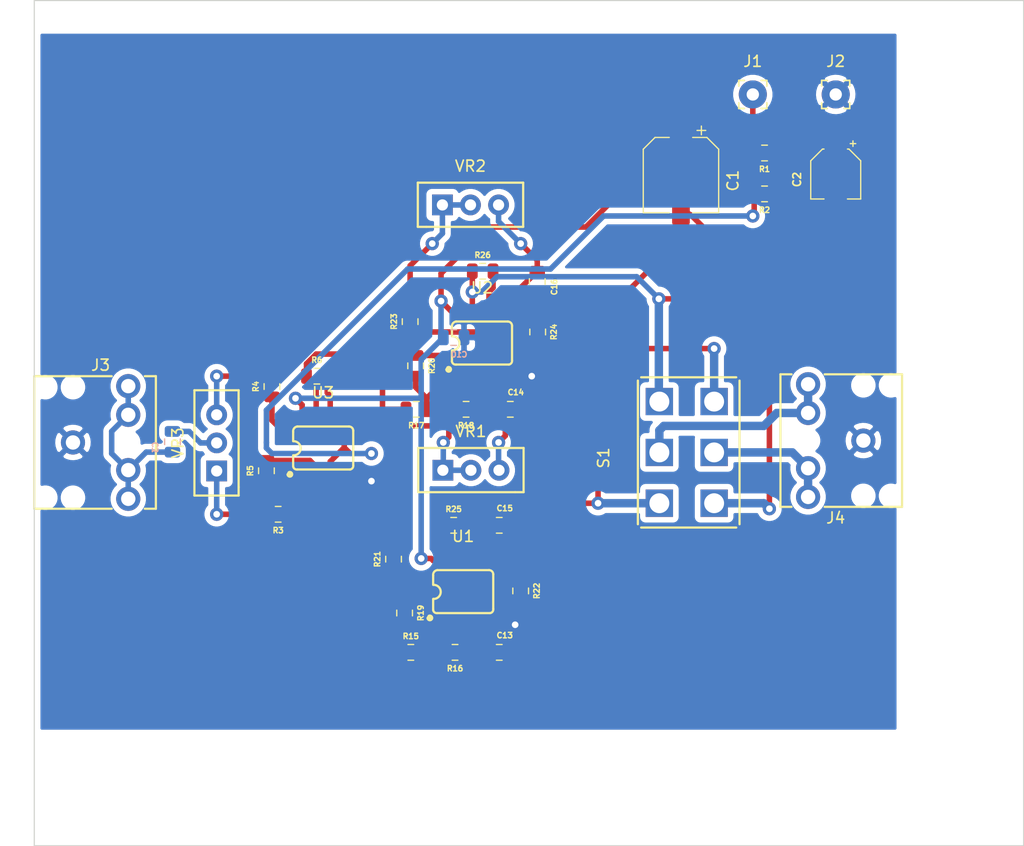
<source format=kicad_pcb>
(kicad_pcb (version 20171130) (host pcbnew "(5.1.5)-3")

  (general
    (thickness 1.6)
    (drawings 4)
    (tracks 308)
    (zones 0)
    (modules 37)
    (nets 26)
  )

  (page A4)
  (layers
    (0 F.Cu signal)
    (31 B.Cu signal)
    (32 B.Adhes user)
    (33 F.Adhes user)
    (34 B.Paste user)
    (35 F.Paste user)
    (36 B.SilkS user)
    (37 F.SilkS user)
    (38 B.Mask user)
    (39 F.Mask user)
    (40 Dwgs.User user)
    (41 Cmts.User user)
    (42 Eco1.User user)
    (43 Eco2.User user)
    (44 Edge.Cuts user)
    (45 Margin user)
    (46 B.CrtYd user)
    (47 F.CrtYd user)
    (48 B.Fab user)
    (49 F.Fab user)
  )

  (setup
    (last_trace_width 0.25)
    (user_trace_width 0.5)
    (user_trace_width 0.762)
    (trace_clearance 0.2)
    (zone_clearance 0.508)
    (zone_45_only no)
    (trace_min 0.2)
    (via_size 0.8)
    (via_drill 0.4)
    (via_min_size 0.4)
    (via_min_drill 0.3)
    (user_via 1.2 0.6)
    (uvia_size 0.3)
    (uvia_drill 0.1)
    (uvias_allowed no)
    (uvia_min_size 0.2)
    (uvia_min_drill 0.1)
    (edge_width 0.05)
    (segment_width 0.2)
    (pcb_text_width 0.3)
    (pcb_text_size 1.5 1.5)
    (mod_edge_width 0.12)
    (mod_text_size 1 1)
    (mod_text_width 0.15)
    (pad_size 1.524 1.524)
    (pad_drill 0.762)
    (pad_to_mask_clearance 0.051)
    (solder_mask_min_width 0.25)
    (aux_axis_origin 0 0)
    (visible_elements 7FFFFFFF)
    (pcbplotparams
      (layerselection 0x010fc_ffffffff)
      (usegerberextensions false)
      (usegerberattributes false)
      (usegerberadvancedattributes false)
      (creategerberjobfile false)
      (excludeedgelayer true)
      (linewidth 0.100000)
      (plotframeref false)
      (viasonmask false)
      (mode 1)
      (useauxorigin false)
      (hpglpennumber 1)
      (hpglpenspeed 20)
      (hpglpendiameter 15.000000)
      (psnegative false)
      (psa4output false)
      (plotreference true)
      (plotvalue true)
      (plotinvisibletext false)
      (padsonsilk false)
      (subtractmaskfromsilk false)
      (outputformat 1)
      (mirror false)
      (drillshape 1)
      (scaleselection 1)
      (outputdirectory ""))
  )

  (net 0 "")
  (net 1 GND)
  (net 2 +12V)
  (net 3 +6V)
  (net 4 AudioIn)
  (net 5 "Net-(C13-Pad1)")
  (net 6 "Net-(C14-Pad1)")
  (net 7 "Net-(C15-Pad1)")
  (net 8 "Net-(C16-Pad1)")
  (net 9 "Net-(R15-Pad2)")
  (net 10 "Net-(R15-Pad1)")
  (net 11 "Net-(R17-Pad2)")
  (net 12 "Net-(R17-Pad1)")
  (net 13 "Net-(R19-Pad2)")
  (net 14 "Net-(R20-Pad2)")
  (net 15 "Net-(R21-Pad2)")
  (net 16 "Net-(R23-Pad2)")
  (net 17 Q_Out)
  (net 18 I_Out)
  (net 19 "Net-(J4-PadRING)")
  (net 20 "Net-(J4-PadTIP)")
  (net 21 "Net-(C3-Pad1)")
  (net 22 "Net-(R3-Pad2)")
  (net 23 "Net-(R3-Pad1)")
  (net 24 "Net-(R4-Pad2)")
  (net 25 "Net-(R4-Pad1)")

  (net_class Default "This is the default net class."
    (clearance 0.2)
    (trace_width 0.25)
    (via_dia 0.8)
    (via_drill 0.4)
    (uvia_dia 0.3)
    (uvia_drill 0.1)
    (add_net +12V)
    (add_net +6V)
    (add_net AudioIn)
    (add_net GND)
    (add_net I_Out)
    (add_net "Net-(C13-Pad1)")
    (add_net "Net-(C14-Pad1)")
    (add_net "Net-(C15-Pad1)")
    (add_net "Net-(C16-Pad1)")
    (add_net "Net-(C3-Pad1)")
    (add_net "Net-(J4-PadRING)")
    (add_net "Net-(J4-PadTIP)")
    (add_net "Net-(R15-Pad1)")
    (add_net "Net-(R15-Pad2)")
    (add_net "Net-(R17-Pad1)")
    (add_net "Net-(R17-Pad2)")
    (add_net "Net-(R19-Pad2)")
    (add_net "Net-(R20-Pad2)")
    (add_net "Net-(R21-Pad2)")
    (add_net "Net-(R23-Pad2)")
    (add_net "Net-(R3-Pad1)")
    (add_net "Net-(R3-Pad2)")
    (add_net "Net-(R4-Pad1)")
    (add_net "Net-(R4-Pad2)")
    (add_net Q_Out)
  )

  (module Xenir:Pad (layer F.Cu) (tedit 5EAAF59E) (tstamp 5EB73981)
    (at 140 55.5)
    (path /5EB73A9C)
    (fp_text reference J1 (at 0 0.5) (layer F.SilkS)
      (effects (font (size 1 1) (thickness 0.15)))
    )
    (fp_text value Pad (at 0 -0.5) (layer F.Fab)
      (effects (font (size 1 1) (thickness 0.15)))
    )
    (fp_text user Val** (at 0 2.5) (layer F.Fab)
      (effects (font (size 0.02413 0.02413) (thickness 0.002032)) (justify left bottom))
    )
    (fp_line (start -1.27 2.23) (end -0.762 2.23) (layer F.SilkS) (width 0.1524))
    (fp_line (start -1.27 4.77) (end -0.762 4.77) (layer F.SilkS) (width 0.1524))
    (fp_line (start 1.27 4.77) (end 0.762 4.77) (layer F.SilkS) (width 0.1524))
    (fp_circle (center 0 3.5) (end 1.016 3.5) (layer F.Fab) (width 0.1524))
    (fp_line (start -1.27 4.77) (end -1.27 4.262) (layer F.SilkS) (width 0.1524))
    (fp_line (start 1.27 2.23) (end 1.27 2.738) (layer F.SilkS) (width 0.1524))
    (fp_line (start -1.27 2.23) (end -1.27 2.738) (layer F.SilkS) (width 0.1524))
    (fp_line (start 1.27 4.77) (end 1.27 4.262) (layer F.SilkS) (width 0.1524))
    (fp_line (start 1.27 2.23) (end 0.762 2.23) (layer F.SilkS) (width 0.1524))
    (pad 1 thru_hole circle (at 0 3.5) (size 2.54 2.54) (drill 1.1176) (layers *.Cu *.Mask)
      (net 2 +12V) (solder_mask_margin 0.1016))
  )

  (module "Xenir:Resistor 0805" (layer F.Cu) (tedit 5EAD64C3) (tstamp 5EB739D9)
    (at 141.0625 65.46)
    (path /5EAF1368)
    (fp_text reference R2 (at 0 4) (layer F.SilkS)
      (effects (font (size 0.5 0.5) (thickness 0.125)))
    )
    (fp_text value 10k (at 0 1) (layer F.Fab)
      (effects (font (size 0.5 0.5) (thickness 0.125)))
    )
    (fp_text user %R (at 0 2.54) (layer F.Fab)
      (effects (font (size 0.5 0.5) (thickness 0.08)))
    )
    (fp_line (start 1 3.14) (end -1 3.14) (layer F.Fab) (width 0.1))
    (fp_line (start -1 1.94) (end 1 1.94) (layer F.Fab) (width 0.1))
    (fp_line (start -0.258578 1.83) (end 0.258578 1.83) (layer F.SilkS) (width 0.12))
    (fp_line (start -1.68 1.59) (end 1.68 1.59) (layer F.CrtYd) (width 0.05))
    (fp_line (start -1 3.14) (end -1 1.94) (layer F.Fab) (width 0.1))
    (fp_line (start -1.68 3.49) (end -1.68 1.59) (layer F.CrtYd) (width 0.05))
    (fp_line (start 1 1.94) (end 1 3.14) (layer F.Fab) (width 0.1))
    (fp_line (start 1.68 1.59) (end 1.68 3.49) (layer F.CrtYd) (width 0.05))
    (fp_line (start 1.68 3.49) (end -1.68 3.49) (layer F.CrtYd) (width 0.05))
    (fp_line (start -0.258578 3.25) (end 0.258578 3.25) (layer F.SilkS) (width 0.12))
    (pad 2 smd roundrect (at 0.9375 2.54) (size 0.975 1.4) (layers F.Cu F.Paste F.Mask) (roundrect_rratio 0.25)
      (net 1 GND))
    (pad 1 smd roundrect (at -0.9375 2.54) (size 0.975 1.4) (layers F.Cu F.Paste F.Mask) (roundrect_rratio 0.25)
      (net 3 +6V))
  )

  (module "Xenir:Resistor 0805" (layer F.Cu) (tedit 5EAD64C3) (tstamp 5EB739C8)
    (at 141.0625 61.76)
    (path /5EAF016C)
    (fp_text reference R1 (at 0 4) (layer F.SilkS)
      (effects (font (size 0.5 0.5) (thickness 0.125)))
    )
    (fp_text value 10k (at 0 1) (layer F.Fab)
      (effects (font (size 0.5 0.5) (thickness 0.125)))
    )
    (fp_text user %R (at 0 2.54) (layer F.Fab)
      (effects (font (size 0.5 0.5) (thickness 0.08)))
    )
    (fp_line (start 1 3.14) (end -1 3.14) (layer F.Fab) (width 0.1))
    (fp_line (start -1 1.94) (end 1 1.94) (layer F.Fab) (width 0.1))
    (fp_line (start -0.258578 1.83) (end 0.258578 1.83) (layer F.SilkS) (width 0.12))
    (fp_line (start -1.68 1.59) (end 1.68 1.59) (layer F.CrtYd) (width 0.05))
    (fp_line (start -1 3.14) (end -1 1.94) (layer F.Fab) (width 0.1))
    (fp_line (start -1.68 3.49) (end -1.68 1.59) (layer F.CrtYd) (width 0.05))
    (fp_line (start 1 1.94) (end 1 3.14) (layer F.Fab) (width 0.1))
    (fp_line (start 1.68 1.59) (end 1.68 3.49) (layer F.CrtYd) (width 0.05))
    (fp_line (start 1.68 3.49) (end -1.68 3.49) (layer F.CrtYd) (width 0.05))
    (fp_line (start -0.258578 3.25) (end 0.258578 3.25) (layer F.SilkS) (width 0.12))
    (pad 2 smd roundrect (at 0.9375 2.54) (size 0.975 1.4) (layers F.Cu F.Paste F.Mask) (roundrect_rratio 0.25)
      (net 3 +6V))
    (pad 1 smd roundrect (at -0.9375 2.54) (size 0.975 1.4) (layers F.Cu F.Paste F.Mask) (roundrect_rratio 0.25)
      (net 2 +12V))
  )

  (module Xenir:Pad (layer F.Cu) (tedit 5EAAF59E) (tstamp 5EB73990)
    (at 147.5 55.5)
    (path /5EB749C5)
    (fp_text reference J2 (at 0 0.5) (layer F.SilkS)
      (effects (font (size 1 1) (thickness 0.15)))
    )
    (fp_text value Pad (at 0 -0.5) (layer F.Fab)
      (effects (font (size 1 1) (thickness 0.15)))
    )
    (fp_text user Val** (at 0 2.5) (layer F.Fab)
      (effects (font (size 0.02413 0.02413) (thickness 0.002032)) (justify left bottom))
    )
    (fp_line (start -1.27 2.23) (end -0.762 2.23) (layer F.SilkS) (width 0.1524))
    (fp_line (start -1.27 4.77) (end -0.762 4.77) (layer F.SilkS) (width 0.1524))
    (fp_line (start 1.27 4.77) (end 0.762 4.77) (layer F.SilkS) (width 0.1524))
    (fp_circle (center 0 3.5) (end 1.016 3.5) (layer F.Fab) (width 0.1524))
    (fp_line (start -1.27 4.77) (end -1.27 4.262) (layer F.SilkS) (width 0.1524))
    (fp_line (start 1.27 2.23) (end 1.27 2.738) (layer F.SilkS) (width 0.1524))
    (fp_line (start -1.27 2.23) (end -1.27 2.738) (layer F.SilkS) (width 0.1524))
    (fp_line (start 1.27 4.77) (end 1.27 4.262) (layer F.SilkS) (width 0.1524))
    (fp_line (start 1.27 2.23) (end 0.762 2.23) (layer F.SilkS) (width 0.1524))
    (pad 1 thru_hole circle (at 0 3.5) (size 2.54 2.54) (drill 1.1176) (layers *.Cu *.Mask)
      (net 1 GND) (solder_mask_margin 0.1016))
  )

  (module Xenir:Cap_4x5.4 (layer F.Cu) (tedit 5EB6E02E) (tstamp 5EB7390C)
    (at 148 66.2 270)
    (path /5EBF24A1)
    (fp_text reference C2 (at 0.5 4 90) (layer F.SilkS)
      (effects (font (size 0.7 0.7) (thickness 0.15)))
    )
    (fp_text value 22uF (at 0 -3 90) (layer F.Fab)
      (effects (font (size 0.7 0.7) (thickness 0.15)))
    )
    (fp_text user %R (at 0 0.5 90) (layer F.Fab)
      (effects (font (size 0.8 0.8) (thickness 0.12)))
    )
    (fp_line (start 2.15 -1.65) (end 2.15 2.65) (layer F.Fab) (width 0.1))
    (fp_line (start 2.4 1.55) (end 2.4 2.9) (layer F.CrtYd) (width 0.05))
    (fp_line (start -2.75 -1.31) (end -2.75 -0.81) (layer F.SilkS) (width 0.12))
    (fp_line (start -1.374773 -0.7) (end -1.374773 -0.3) (layer F.Fab) (width 0.1))
    (fp_line (start -2.26 -0.695563) (end -2.26 -0.56) (layer F.SilkS) (width 0.12))
    (fp_line (start 2.4 -1.9) (end 2.4 -0.55) (layer F.CrtYd) (width 0.05))
    (fp_line (start 2.26 2.76) (end 2.26 1.56) (layer F.SilkS) (width 0.12))
    (fp_line (start 2.4 -0.55) (end 3.35 -0.55) (layer F.CrtYd) (width 0.05))
    (fp_line (start -2.26 1.695563) (end -2.26 1.56) (layer F.SilkS) (width 0.12))
    (fp_line (start 3.35 1.55) (end 2.4 1.55) (layer F.CrtYd) (width 0.05))
    (fp_line (start 2.26 -1.76) (end 2.26 -0.56) (layer F.SilkS) (width 0.12))
    (fp_line (start -1.25 -1.9) (end 2.4 -1.9) (layer F.CrtYd) (width 0.05))
    (fp_line (start -2.4 -0.55) (end -3.35 -0.55) (layer F.CrtYd) (width 0.05))
    (fp_line (start -2.15 -0.65) (end -2.15 1.65) (layer F.Fab) (width 0.1))
    (fp_line (start -1.25 2.9) (end 2.4 2.9) (layer F.CrtYd) (width 0.05))
    (fp_line (start -2.4 1.55) (end -2.4 1.75) (layer F.CrtYd) (width 0.05))
    (fp_line (start -1.195563 2.76) (end 2.26 2.76) (layer F.SilkS) (width 0.12))
    (fp_line (start -2.4 -0.75) (end -1.25 -1.9) (layer F.CrtYd) (width 0.05))
    (fp_line (start -1.15 2.65) (end 2.15 2.65) (layer F.Fab) (width 0.1))
    (fp_line (start -3.35 1.55) (end -2.4 1.55) (layer F.CrtYd) (width 0.05))
    (fp_circle (center 0 0.5) (end 2 0.5) (layer F.Fab) (width 0.1))
    (fp_line (start -2.15 1.65) (end -1.15 2.65) (layer F.Fab) (width 0.1))
    (fp_line (start 3.35 -0.55) (end 3.35 1.55) (layer F.CrtYd) (width 0.05))
    (fp_line (start -1.574773 -0.5) (end -1.174773 -0.5) (layer F.Fab) (width 0.1))
    (fp_line (start -2.15 -0.65) (end -1.15 -1.65) (layer F.Fab) (width 0.1))
    (fp_line (start -2.26 -0.695563) (end -1.195563 -1.76) (layer F.SilkS) (width 0.12))
    (fp_line (start -1.15 -1.65) (end 2.15 -1.65) (layer F.Fab) (width 0.1))
    (fp_line (start -2.4 -0.75) (end -2.4 -0.55) (layer F.CrtYd) (width 0.05))
    (fp_line (start -2.4 1.75) (end -1.25 2.9) (layer F.CrtYd) (width 0.05))
    (fp_line (start -1.195563 -1.76) (end 2.26 -1.76) (layer F.SilkS) (width 0.12))
    (fp_line (start -3.35 -0.55) (end -3.35 1.55) (layer F.CrtYd) (width 0.05))
    (fp_line (start -3 -1.06) (end -2.5 -1.06) (layer F.SilkS) (width 0.12))
    (fp_line (start -2.26 1.695563) (end -1.195563 2.76) (layer F.SilkS) (width 0.12))
    (pad 2 smd roundrect (at 1.8 0.5 270) (size 2.6 1.6) (layers F.Cu F.Paste F.Mask) (roundrect_rratio 0.15625)
      (net 1 GND))
    (pad 1 smd roundrect (at -1.8 0.5 270) (size 2.6 1.6) (layers F.Cu F.Paste F.Mask) (roundrect_rratio 0.15625)
      (net 3 +6V))
  )

  (module Xenir:Cap_6.3x5.4 (layer F.Cu) (tedit 5EB9BACA) (tstamp 5EB738E4)
    (at 139.6 66.2 270)
    (path /5EBF1608)
    (fp_text reference C1 (at 0.6 1.4 90) (layer F.SilkS)
      (effects (font (size 1 1) (thickness 0.15)))
    )
    (fp_text value 100uF (at 0 -0.5 90) (layer F.Fab)
      (effects (font (size 1 1) (thickness 0.15)))
    )
    (fp_text user %R (at 0.1 6.1 90) (layer F.Fab)
      (effects (font (size 1 1) (thickness 0.15)))
    )
    (fp_line (start -3.2 3.8) (end -2.2 2.8) (layer F.Fab) (width 0.1))
    (fp_line (start -3.31 3.754437) (end -3.31 5.04) (layer F.SilkS) (width 0.12))
    (fp_line (start -3.45 5.05) (end -4.7 5.05) (layer F.CrtYd) (width 0.05))
    (fp_line (start -3.45 3.7) (end -3.45 5.05) (layer F.CrtYd) (width 0.05))
    (fp_line (start 4.9 5.05) (end 4.9 7.15) (layer F.CrtYd) (width 0.05))
    (fp_line (start -3.31 3.754437) (end -2.245563 2.69) (layer F.SilkS) (width 0.12))
    (fp_line (start -4.7 5.05) (end -4.7 7.15) (layer F.CrtYd) (width 0.05))
    (fp_line (start 3.65 5.05) (end 4.9 5.05) (layer F.CrtYd) (width 0.05))
    (fp_line (start -3.2 3.8) (end -3.2 8.4) (layer F.Fab) (width 0.1))
    (fp_line (start -3.45 3.7) (end -2.3 2.55) (layer F.CrtYd) (width 0.05))
    (fp_line (start -2.289838 4.455) (end -2.289838 5.085) (layer F.Fab) (width 0.1))
    (fp_line (start -4.7 7.15) (end -3.45 7.15) (layer F.CrtYd) (width 0.05))
    (fp_line (start 3.65 2.55) (end 3.65 5.05) (layer F.CrtYd) (width 0.05))
    (fp_line (start -2.604838 4.77) (end -1.974838 4.77) (layer F.Fab) (width 0.1))
    (fp_line (start -2.2 9.4) (end 3.4 9.4) (layer F.Fab) (width 0.1))
    (fp_line (start -3.2 8.4) (end -2.2 9.4) (layer F.Fab) (width 0.1))
    (fp_line (start 3.51 2.69) (end 3.51 5.04) (layer F.SilkS) (width 0.12))
    (fp_line (start -2.245563 2.69) (end 3.51 2.69) (layer F.SilkS) (width 0.12))
    (fp_line (start -4.3375 4.2525) (end -3.55 4.2525) (layer F.SilkS) (width 0.12))
    (fp_line (start 3.4 2.8) (end 3.4 9.4) (layer F.Fab) (width 0.1))
    (fp_line (start -3.31 8.445563) (end -2.245563 9.51) (layer F.SilkS) (width 0.12))
    (fp_line (start -3.94375 3.85875) (end -3.94375 4.64625) (layer F.SilkS) (width 0.12))
    (fp_line (start 3.51 9.51) (end 3.51 7.16) (layer F.SilkS) (width 0.12))
    (fp_line (start -2.245563 9.51) (end 3.51 9.51) (layer F.SilkS) (width 0.12))
    (fp_line (start 4.9 7.15) (end 3.65 7.15) (layer F.CrtYd) (width 0.05))
    (fp_line (start 3.65 7.15) (end 3.65 9.65) (layer F.CrtYd) (width 0.05))
    (fp_line (start -2.3 9.65) (end 3.65 9.65) (layer F.CrtYd) (width 0.05))
    (fp_circle (center 0.1 6.1) (end 3.25 6.1) (layer F.Fab) (width 0.1))
    (fp_line (start -2.2 2.8) (end 3.4 2.8) (layer F.Fab) (width 0.1))
    (fp_line (start -3.31 8.445563) (end -3.31 7.16) (layer F.SilkS) (width 0.12))
    (fp_line (start -3.45 8.5) (end -2.3 9.65) (layer F.CrtYd) (width 0.05))
    (fp_line (start -2.3 2.55) (end 3.65 2.55) (layer F.CrtYd) (width 0.05))
    (fp_line (start -3.45 7.15) (end -3.45 8.5) (layer F.CrtYd) (width 0.05))
    (pad 2 smd roundrect (at 2.9 6.1 270) (size 3.5 1.6) (layers F.Cu F.Paste F.Mask) (roundrect_rratio 0.15625)
      (net 1 GND))
    (pad 1 smd roundrect (at -2.7 6.1 270) (size 3.5 1.6) (layers F.Cu F.Paste F.Mask) (roundrect_rratio 0.15625)
      (net 2 +12V))
  )

  (module Xenir:SO08 (layer F.Cu) (tedit 5EAA188E) (tstamp 5EBB3D0B)
    (at 101.135 85.5)
    (path /5EBE4386)
    (fp_text reference U3 (at 0 0.5) (layer F.SilkS)
      (effects (font (size 1 1) (thickness 0.15)))
    )
    (fp_text value LM358 (at 0 -0.5) (layer F.Fab)
      (effects (font (size 1 1) (thickness 0.15)))
    )
    (fp_arc (start 2.336899 3.934601) (end 2.3368 3.5537) (angle 90.030084) (layer F.SilkS) (width 0.2032))
    (fp_arc (start -2.386947 7.1155) (end -2.7178 7.1653) (angle -90.060185) (layer F.SilkS) (width 0.2032))
    (fp_line (start 2.3368 3.5537) (end -2.3368 3.5537) (layer F.SilkS) (width 0.2032))
    (fp_line (start 2.7178 7.0653) (end 2.7178 3.9347) (layer F.SilkS) (width 0.2032))
    (fp_line (start -2.7178 4.0474) (end -2.7178 4.8904) (layer F.SilkS) (width 0.2032))
    (fp_line (start -2.7178 7.1653) (end -2.7178 6.1604) (layer F.SilkS) (width 0.2032))
    (fp_poly (pts (xy -2.159 8.802) (xy -1.651 8.802) (xy -1.651 7.7733) (xy -2.159 7.7733)) (layer F.Fab) (width 0))
    (fp_poly (pts (xy -0.889 8.802) (xy -0.381 8.802) (xy -0.381 7.7733) (xy -0.889 7.7733)) (layer F.Fab) (width 0))
    (fp_poly (pts (xy 0.381 8.802) (xy 0.889 8.802) (xy 0.889 7.7733) (xy 0.381 7.7733)) (layer F.Fab) (width 0))
    (fp_arc (start -2.667 5.5254) (end -2.667 4.8904) (angle 180) (layer F.SilkS) (width 0.2032))
    (fp_poly (pts (xy 1.651 3.214) (xy 2.159 3.214) (xy 2.159 2.198) (xy 1.651 2.198)) (layer F.Fab) (width 0))
    (fp_poly (pts (xy -2.159 3.214) (xy -1.651 3.214) (xy -1.651 2.198) (xy -2.159 2.198)) (layer F.Fab) (width 0))
    (fp_poly (pts (xy 1.651 8.802) (xy 2.159 8.802) (xy 2.159 7.7733) (xy 1.651 7.7733)) (layer F.Fab) (width 0))
    (fp_poly (pts (xy -2.69875 7.88125) (xy -2.741287 7.7225) (xy -2.8575 7.606287) (xy -3.01625 7.56375)
      (xy -3.175 7.606287) (xy -3.33375 7.88125) (xy -3.291213 8.04) (xy -3.175 8.156213)
      (xy -3.01625 8.19875) (xy -2.8575 8.156213) (xy -2.741287 8.04)) (layer F.SilkS) (width 0))
    (fp_arc (start 2.3868 7.1153) (end 2.4368 7.4463) (angle -90) (layer F.SilkS) (width 0.2032))
    (fp_poly (pts (xy -0.889 3.214) (xy -0.381 3.214) (xy -0.381 2.198) (xy -0.889 2.198)) (layer F.Fab) (width 0))
    (fp_line (start -2.3368 7.4463) (end 2.4368 7.4463) (layer F.SilkS) (width 0.2032))
    (fp_poly (pts (xy 0.381 3.214) (xy 0.889 3.214) (xy 0.889 2.198) (xy 0.381 2.198)) (layer F.Fab) (width 0))
    (fp_arc (start -2.2869 3.984621) (end -2.7178 4.0347) (angle 90.023829) (layer F.SilkS) (width 0.2032))
    (pad 3 smd rect (at 0.635 8.3) (size 0.6 1.2) (layers F.Cu F.Paste F.Mask)
      (net 3 +6V) (solder_mask_margin 0.1016))
    (pad 5 smd rect (at 1.905 2.7) (size 0.6 1.2) (layers F.Cu F.Paste F.Mask)
      (net 3 +6V) (solder_mask_margin 0.1016))
    (pad 7 smd rect (at -0.635 2.7) (size 0.6 1.2) (layers F.Cu F.Paste F.Mask)
      (net 12 "Net-(R17-Pad1)") (solder_mask_margin 0.1016))
    (pad 1 smd rect (at -1.905 8.3) (size 0.6 1.2) (layers F.Cu F.Paste F.Mask)
      (net 10 "Net-(R15-Pad1)") (solder_mask_margin 0.1016))
    (pad 6 smd rect (at 0.635 2.7) (size 0.6 1.2) (layers F.Cu F.Paste F.Mask)
      (net 24 "Net-(R4-Pad2)") (solder_mask_margin 0.1016))
    (pad 8 smd rect (at -1.905 2.7) (size 0.6 1.2) (layers F.Cu F.Paste F.Mask)
      (net 2 +12V) (solder_mask_margin 0.1016))
    (pad 4 smd rect (at 1.905 8.3) (size 0.6 1.2) (layers F.Cu F.Paste F.Mask)
      (net 1 GND) (solder_mask_margin 0.1016))
    (pad 2 smd rect (at -0.635 8.3) (size 0.6 1.2) (layers F.Cu F.Paste F.Mask)
      (net 22 "Net-(R3-Pad2)") (solder_mask_margin 0.1016))
  )

  (module "Xenir:Resistor 0805" (layer F.Cu) (tedit 5EAD64C3) (tstamp 5EBB3AD2)
    (at 100.5625 87.04 180)
    (path /5EBEF69F)
    (fp_text reference R6 (at 0 4) (layer F.SilkS)
      (effects (font (size 0.5 0.5) (thickness 0.125)))
    )
    (fp_text value 10k (at 0 1) (layer F.Fab)
      (effects (font (size 0.5 0.5) (thickness 0.125)))
    )
    (fp_text user %R (at 0 2.54) (layer F.Fab)
      (effects (font (size 0.5 0.5) (thickness 0.08)))
    )
    (fp_line (start 1 3.14) (end -1 3.14) (layer F.Fab) (width 0.1))
    (fp_line (start -1 1.94) (end 1 1.94) (layer F.Fab) (width 0.1))
    (fp_line (start -0.258578 1.83) (end 0.258578 1.83) (layer F.SilkS) (width 0.12))
    (fp_line (start -1.68 1.59) (end 1.68 1.59) (layer F.CrtYd) (width 0.05))
    (fp_line (start -1 3.14) (end -1 1.94) (layer F.Fab) (width 0.1))
    (fp_line (start -1.68 3.49) (end -1.68 1.59) (layer F.CrtYd) (width 0.05))
    (fp_line (start 1 1.94) (end 1 3.14) (layer F.Fab) (width 0.1))
    (fp_line (start 1.68 1.59) (end 1.68 3.49) (layer F.CrtYd) (width 0.05))
    (fp_line (start 1.68 3.49) (end -1.68 3.49) (layer F.CrtYd) (width 0.05))
    (fp_line (start -0.258578 3.25) (end 0.258578 3.25) (layer F.SilkS) (width 0.12))
    (pad 2 smd roundrect (at 0.9375 2.54 180) (size 0.975 1.4) (layers F.Cu F.Paste F.Mask) (roundrect_rratio 0.25)
      (net 12 "Net-(R17-Pad1)"))
    (pad 1 smd roundrect (at -0.9375 2.54 180) (size 0.975 1.4) (layers F.Cu F.Paste F.Mask) (roundrect_rratio 0.25)
      (net 24 "Net-(R4-Pad2)"))
  )

  (module "Xenir:Resistor 0805" (layer F.Cu) (tedit 5EAD64C3) (tstamp 5EBB3AC1)
    (at 98.54 93.0625 270)
    (path /5EBEE907)
    (fp_text reference R5 (at 0 4 90) (layer F.SilkS)
      (effects (font (size 0.5 0.5) (thickness 0.125)))
    )
    (fp_text value 10k (at 0 1 90) (layer F.Fab)
      (effects (font (size 0.5 0.5) (thickness 0.125)))
    )
    (fp_text user %R (at 0 2.54 90) (layer F.Fab)
      (effects (font (size 0.5 0.5) (thickness 0.08)))
    )
    (fp_line (start 1 3.14) (end -1 3.14) (layer F.Fab) (width 0.1))
    (fp_line (start -1 1.94) (end 1 1.94) (layer F.Fab) (width 0.1))
    (fp_line (start -0.258578 1.83) (end 0.258578 1.83) (layer F.SilkS) (width 0.12))
    (fp_line (start -1.68 1.59) (end 1.68 1.59) (layer F.CrtYd) (width 0.05))
    (fp_line (start -1 3.14) (end -1 1.94) (layer F.Fab) (width 0.1))
    (fp_line (start -1.68 3.49) (end -1.68 1.59) (layer F.CrtYd) (width 0.05))
    (fp_line (start 1 1.94) (end 1 3.14) (layer F.Fab) (width 0.1))
    (fp_line (start 1.68 1.59) (end 1.68 3.49) (layer F.CrtYd) (width 0.05))
    (fp_line (start 1.68 3.49) (end -1.68 3.49) (layer F.CrtYd) (width 0.05))
    (fp_line (start -0.258578 3.25) (end 0.258578 3.25) (layer F.SilkS) (width 0.12))
    (pad 2 smd roundrect (at 0.9375 2.54 270) (size 0.975 1.4) (layers F.Cu F.Paste F.Mask) (roundrect_rratio 0.25)
      (net 10 "Net-(R15-Pad1)"))
    (pad 1 smd roundrect (at -0.9375 2.54 270) (size 0.975 1.4) (layers F.Cu F.Paste F.Mask) (roundrect_rratio 0.25)
      (net 22 "Net-(R3-Pad2)"))
  )

  (module "Xenir:Resistor 0805" (layer F.Cu) (tedit 5EAD64C3) (tstamp 5EBB3AB0)
    (at 99.04 85.4375 270)
    (path /5EBF0177)
    (fp_text reference R4 (at 0 4 90) (layer F.SilkS)
      (effects (font (size 0.5 0.5) (thickness 0.125)))
    )
    (fp_text value 1k (at 0 1 90) (layer F.Fab)
      (effects (font (size 0.5 0.5) (thickness 0.125)))
    )
    (fp_text user %R (at 0 2.54 90) (layer F.Fab)
      (effects (font (size 0.5 0.5) (thickness 0.08)))
    )
    (fp_line (start 1 3.14) (end -1 3.14) (layer F.Fab) (width 0.1))
    (fp_line (start -1 1.94) (end 1 1.94) (layer F.Fab) (width 0.1))
    (fp_line (start -0.258578 1.83) (end 0.258578 1.83) (layer F.SilkS) (width 0.12))
    (fp_line (start -1.68 1.59) (end 1.68 1.59) (layer F.CrtYd) (width 0.05))
    (fp_line (start -1 3.14) (end -1 1.94) (layer F.Fab) (width 0.1))
    (fp_line (start -1.68 3.49) (end -1.68 1.59) (layer F.CrtYd) (width 0.05))
    (fp_line (start 1 1.94) (end 1 3.14) (layer F.Fab) (width 0.1))
    (fp_line (start 1.68 1.59) (end 1.68 3.49) (layer F.CrtYd) (width 0.05))
    (fp_line (start 1.68 3.49) (end -1.68 3.49) (layer F.CrtYd) (width 0.05))
    (fp_line (start -0.258578 3.25) (end 0.258578 3.25) (layer F.SilkS) (width 0.12))
    (pad 2 smd roundrect (at 0.9375 2.54 270) (size 0.975 1.4) (layers F.Cu F.Paste F.Mask) (roundrect_rratio 0.25)
      (net 24 "Net-(R4-Pad2)"))
    (pad 1 smd roundrect (at -0.9375 2.54 270) (size 0.975 1.4) (layers F.Cu F.Paste F.Mask) (roundrect_rratio 0.25)
      (net 25 "Net-(R4-Pad1)"))
  )

  (module "Xenir:Resistor 0805" (layer F.Cu) (tedit 5EAD64C3) (tstamp 5EBB3A9F)
    (at 97.0625 94.46)
    (path /5EBEFBC0)
    (fp_text reference R3 (at 0 4) (layer F.SilkS)
      (effects (font (size 0.5 0.5) (thickness 0.125)))
    )
    (fp_text value 1k (at 0 1) (layer F.Fab)
      (effects (font (size 0.5 0.5) (thickness 0.125)))
    )
    (fp_text user %R (at 0 2.54) (layer F.Fab)
      (effects (font (size 0.5 0.5) (thickness 0.08)))
    )
    (fp_line (start 1 3.14) (end -1 3.14) (layer F.Fab) (width 0.1))
    (fp_line (start -1 1.94) (end 1 1.94) (layer F.Fab) (width 0.1))
    (fp_line (start -0.258578 1.83) (end 0.258578 1.83) (layer F.SilkS) (width 0.12))
    (fp_line (start -1.68 1.59) (end 1.68 1.59) (layer F.CrtYd) (width 0.05))
    (fp_line (start -1 3.14) (end -1 1.94) (layer F.Fab) (width 0.1))
    (fp_line (start -1.68 3.49) (end -1.68 1.59) (layer F.CrtYd) (width 0.05))
    (fp_line (start 1 1.94) (end 1 3.14) (layer F.Fab) (width 0.1))
    (fp_line (start 1.68 1.59) (end 1.68 3.49) (layer F.CrtYd) (width 0.05))
    (fp_line (start 1.68 3.49) (end -1.68 3.49) (layer F.CrtYd) (width 0.05))
    (fp_line (start -0.258578 3.25) (end 0.258578 3.25) (layer F.SilkS) (width 0.12))
    (pad 2 smd roundrect (at 0.9375 2.54) (size 0.975 1.4) (layers F.Cu F.Paste F.Mask) (roundrect_rratio 0.25)
      (net 22 "Net-(R3-Pad2)"))
    (pad 1 smd roundrect (at -0.9375 2.54) (size 0.975 1.4) (layers F.Cu F.Paste F.Mask) (roundrect_rratio 0.25)
      (net 23 "Net-(R3-Pad1)"))
  )

  (module Xenir:Switch_DPDT (layer F.Cu) (tedit 5EB983EF) (tstamp 5EB9E60E)
    (at 126 91.90006 90)
    (path /5EBDCB15)
    (fp_text reference S1 (at 0 0.5 90) (layer F.SilkS)
      (effects (font (size 1 1) (thickness 0.15)))
    )
    (fp_text value Switch_DPDT (at 0 -0.5 90) (layer F.Fab)
      (effects (font (size 1 1) (thickness 0.15)))
    )
    (fp_line (start 7.3 3.9) (end 7.3 12.5) (layer F.SilkS) (width 0.2032))
    (fp_line (start -6.3 3.9) (end -6.3 12.5) (layer F.SilkS) (width 0.2032))
    (fp_line (start -6 3.87174) (end -6 12.5) (layer Dwgs.User) (width 0.127))
    (fp_line (start 7 12.5) (end 7 3.87174) (layer Dwgs.User) (width 0.127))
    (fp_line (start -6 12.5) (end 7 12.5) (layer Dwgs.User) (width 0.127))
    (fp_line (start -6 12.8) (end 7 12.8) (layer F.SilkS) (width 0.2032))
    (fp_line (start 7 3.87174) (end -6 3.87174) (layer Dwgs.User) (width 0.127))
    (fp_line (start -6 3.6025) (end 7 3.6025) (layer F.SilkS) (width 0.2032))
    (pad 4 thru_hole rect (at 5.09994 10.5 180) (size 2.47396 2.47396) (drill 1.8) (layers *.Cu *.Mask)
      (net 17 Q_Out) (solder_mask_margin 0.1016))
    (pad 6 thru_hole rect (at -4.09994 10.5 90) (size 2.47396 2.47396) (drill 1.8) (layers *.Cu *.Mask)
      (net 18 I_Out) (solder_mask_margin 0.1016))
    (pad 2 thru_hole rect (at 0.5 5.5456 90) (size 2.47396 2.47396) (drill 1.8) (layers *.Cu *.Mask)
      (net 20 "Net-(J4-PadTIP)") (solder_mask_margin 0.1016))
    (pad 5 thru_hole rect (at 0.5 10.5 90) (size 2.47396 2.47396) (drill 1.8) (layers *.Cu *.Mask)
      (net 19 "Net-(J4-PadRING)") (solder_mask_margin 0.1016))
    (pad 3 thru_hole rect (at 5.09994 5.5456 90) (size 2.47396 2.47396) (drill 1.8) (layers *.Cu *.Mask)
      (net 18 I_Out) (solder_mask_margin 0.1016))
    (pad 1 thru_hole rect (at -4.09994 5.5456 90) (size 2.47396 2.47396) (drill 1.8) (layers *.Cu *.Mask)
      (net 17 Q_Out) (solder_mask_margin 0.1016))
  )

  (module Xenir:Audio_Jack (layer F.Cu) (tedit 5E9DEF8F) (tstamp 5EB832B9)
    (at 148 98.8302 180)
    (path /5EB86B0A)
    (fp_text reference J4 (at 0.5 1.5) (layer F.SilkS)
      (effects (font (size 1 1) (thickness 0.15)))
    )
    (fp_text value Audio_Jack (at 0 -0.5) (layer F.Fab)
      (effects (font (size 1 1) (thickness 0.15)))
    )
    (fp_line (start -5.5 2.5) (end -5.5 14.5) (layer F.SilkS) (width 0.2032))
    (fp_line (start -5.5 2.5) (end -5.5 4) (layer F.Fab) (width 0.2032))
    (fp_line (start -6.5 13) (end -5.5 13) (layer F.Fab) (width 0.2032))
    (fp_line (start 5.5 2.5) (end 5.5 14.5) (layer F.SilkS) (width 0.2032))
    (fp_circle (center 3 6) (end 3.3302 6) (layer F.Mask) (width 0.6604))
    (fp_circle (center 3 13.6) (end 3.3302 13.6) (layer F.Mask) (width 0.6604))
    (fp_line (start -6.5 4) (end -6.5 5.5) (layer F.Fab) (width 0.2032))
    (fp_line (start -6.5 11.5) (end -6.5 13) (layer F.Fab) (width 0.2032))
    (fp_circle (center 3 11) (end 3.6096 11) (layer B.Mask) (width 1.2192))
    (fp_line (start -5.5 14.5) (end 1.5 14.5) (layer F.SilkS) (width 0.2032))
    (fp_circle (center -2 8.5) (end -1.6698 8.5) (layer F.Mask) (width 0.6604))
    (fp_circle (center 3 3.4) (end 3.6096 3.4) (layer B.Mask) (width 1.2192))
    (fp_line (start 5.5 14.5) (end 4.5 14.5) (layer F.SilkS) (width 0.2032))
    (fp_circle (center 3 3.4) (end 3.3302 3.4) (layer F.Mask) (width 0.6604))
    (fp_line (start -5.5 13) (end -5.5 14.5) (layer F.Fab) (width 0.2032))
    (fp_line (start -8.5 5.5) (end -8.5 11.5) (layer F.Fab) (width 0.2032))
    (fp_circle (center 3 11) (end 3.3302 11) (layer F.Mask) (width 0.6604))
    (fp_circle (center 3 13.6) (end 3.6096 13.6) (layer B.Mask) (width 1.2192))
    (fp_line (start 5.5 2.5) (end 4.5 2.5) (layer F.SilkS) (width 0.2032))
    (fp_line (start -8.5 11.5) (end -6.5 11.5) (layer F.Fab) (width 0.2032))
    (fp_line (start -5.5 2.5) (end 1.5 2.5) (layer F.SilkS) (width 0.2032))
    (fp_circle (center -2 8.5) (end -1.3904 8.5) (layer B.Mask) (width 1.2192))
    (fp_circle (center 3 6) (end 3.6096 6) (layer B.Mask) (width 1.2192))
    (fp_line (start -6.5 4) (end -5.5 4) (layer F.Fab) (width 0.2032))
    (fp_line (start -8.5 5.5) (end -6.5 5.5) (layer F.Fab) (width 0.2032))
    (pad "" np_thru_hole circle (at -4.5 3.5 180) (size 1.2 1.2) (drill 1.2) (layers *.Cu *.Mask))
    (pad "" np_thru_hole circle (at -2 3.5 180) (size 1.2 1.2) (drill 1.2) (layers *.Cu *.Mask))
    (pad RING thru_hole circle (at 3 3.4 180) (size 2.1844 2.1844) (drill 1.3) (layers *.Cu *.Mask)
      (net 19 "Net-(J4-PadRING)") (solder_mask_margin 0.1016))
    (pad "" np_thru_hole circle (at 3 8.5 180) (size 1.2 1.2) (drill 1.2) (layers *.Cu *.Mask))
    (pad SLEEVE thru_hole circle (at -2 8.5 180) (size 2.1844 2.1844) (drill 1.3) (layers *.Cu *.Mask)
      (net 1 GND) (solder_mask_margin 0.1016))
    (pad "" np_thru_hole circle (at -2 13.5 180) (size 1.2 1.2) (drill 1.2) (layers *.Cu *.Mask))
    (pad TIP thru_hole circle (at 3 13.6 180) (size 2.1844 2.1844) (drill 1.3) (layers *.Cu *.Mask)
      (net 20 "Net-(J4-PadTIP)") (solder_mask_margin 0.1016))
    (pad TSH thru_hole circle (at 3 11 180) (size 2.1844 2.1844) (drill 1.3) (layers *.Cu *.Mask)
      (net 20 "Net-(J4-PadTIP)") (solder_mask_margin 0.1016))
    (pad "" np_thru_hole circle (at -4.5 13.5 180) (size 1.2 1.2) (drill 1.2) (layers *.Cu *.Mask))
    (pad RSH thru_hole circle (at 3 6 180) (size 2.1844 2.1844) (drill 1.3) (layers *.Cu *.Mask)
      (net 19 "Net-(J4-PadRING)") (solder_mask_margin 0.1016))
  )

  (module "Xenir:Capacitor 0805" (layer B.Cu) (tedit 5EAD6262) (tstamp 5EB7391D)
    (at 84.96 90.4375 270)
    (path /5EC0A745)
    (fp_text reference C3 (at 0.5 -1 270) (layer B.SilkS)
      (effects (font (size 0.5 0.5) (thickness 0.125)) (justify mirror))
    )
    (fp_text value .1uF (at 0.5 -4 270) (layer B.Fab)
      (effects (font (size 0.5 0.5) (thickness 0.125)) (justify mirror))
    )
    (fp_text user %R (at 0 -2.54 270) (layer B.Fab)
      (effects (font (size 0.5 0.5) (thickness 0.08)) (justify mirror))
    )
    (fp_line (start -1 -3.14) (end -1 -1.94) (layer B.Fab) (width 0.1))
    (fp_line (start -1.68 -1.59) (end 1.68 -1.59) (layer B.CrtYd) (width 0.05))
    (fp_line (start 1.68 -1.59) (end 1.68 -3.49) (layer B.CrtYd) (width 0.05))
    (fp_line (start -1.68 -3.49) (end -1.68 -1.59) (layer B.CrtYd) (width 0.05))
    (fp_line (start 1 -1.94) (end 1 -3.14) (layer B.Fab) (width 0.1))
    (fp_line (start -0.258578 -3.25) (end 0.258578 -3.25) (layer B.SilkS) (width 0.12))
    (fp_line (start -1 -1.94) (end 1 -1.94) (layer B.Fab) (width 0.1))
    (fp_line (start 1 -3.14) (end -1 -3.14) (layer B.Fab) (width 0.1))
    (fp_line (start -0.258578 -1.83) (end 0.258578 -1.83) (layer B.SilkS) (width 0.12))
    (fp_line (start 1.68 -3.49) (end -1.68 -3.49) (layer B.CrtYd) (width 0.05))
    (pad 2 smd roundrect (at 0.9375 -2.54 270) (size 0.975 1.4) (layers B.Cu B.Paste B.Mask) (roundrect_rratio 0.25)
      (net 4 AudioIn))
    (pad 1 smd roundrect (at -0.9375 -2.54 270) (size 0.975 1.4) (layers B.Cu B.Paste B.Mask) (roundrect_rratio 0.25)
      (net 21 "Net-(C3-Pad1)"))
  )

  (module "Xenir:Resistor 0805" (layer F.Cu) (tedit 5EAD64C3) (tstamp 5EB73A3F)
    (at 106.96 83.5625 90)
    (path /5EBAF66D)
    (fp_text reference R20 (at 0 4 90) (layer F.SilkS)
      (effects (font (size 0.5 0.5) (thickness 0.125)))
    )
    (fp_text value 10k (at 0 1 90) (layer F.Fab)
      (effects (font (size 0.5 0.5) (thickness 0.125)))
    )
    (fp_text user %R (at 0 2.54 90) (layer F.Fab)
      (effects (font (size 0.5 0.5) (thickness 0.08)))
    )
    (fp_line (start 1 3.14) (end -1 3.14) (layer F.Fab) (width 0.1))
    (fp_line (start -1 1.94) (end 1 1.94) (layer F.Fab) (width 0.1))
    (fp_line (start -0.258578 1.83) (end 0.258578 1.83) (layer F.SilkS) (width 0.12))
    (fp_line (start -1.68 1.59) (end 1.68 1.59) (layer F.CrtYd) (width 0.05))
    (fp_line (start -1 3.14) (end -1 1.94) (layer F.Fab) (width 0.1))
    (fp_line (start -1.68 3.49) (end -1.68 1.59) (layer F.CrtYd) (width 0.05))
    (fp_line (start 1 1.94) (end 1 3.14) (layer F.Fab) (width 0.1))
    (fp_line (start 1.68 1.59) (end 1.68 3.49) (layer F.CrtYd) (width 0.05))
    (fp_line (start 1.68 3.49) (end -1.68 3.49) (layer F.CrtYd) (width 0.05))
    (fp_line (start -0.258578 3.25) (end 0.258578 3.25) (layer F.SilkS) (width 0.12))
    (pad 2 smd roundrect (at 0.9375 2.54 90) (size 0.975 1.4) (layers F.Cu F.Paste F.Mask) (roundrect_rratio 0.25)
      (net 14 "Net-(R20-Pad2)"))
    (pad 1 smd roundrect (at -0.9375 2.54 90) (size 0.975 1.4) (layers F.Cu F.Paste F.Mask) (roundrect_rratio 0.25)
      (net 11 "Net-(R17-Pad2)"))
  )

  (module Xenir:Trimpot (layer F.Cu) (tedit 5EAC8647) (tstamp 5EB73B0A)
    (at 86.485 90.54 90)
    (path /5EC1BAB2)
    (fp_text reference VR3 (at 0 1.5 90) (layer F.SilkS)
      (effects (font (size 1 1) (thickness 0.15)))
    )
    (fp_text value 10k (at 0 -0.5 90) (layer F.Fab)
      (effects (font (size 1 1) (thickness 0.15)))
    )
    (fp_line (start -4.765 7) (end -4 7) (layer F.SilkS) (width 0.2032))
    (fp_line (start -4 7) (end 4 7) (layer F.SilkS) (width 0.2032))
    (fp_line (start 4.765 7) (end 4.765 3) (layer F.SilkS) (width 0.2032))
    (fp_line (start 4 7) (end 4.765 7) (layer F.SilkS) (width 0.2032))
    (fp_line (start 4.765 3) (end -4.765 3) (layer F.SilkS) (width 0.2032))
    (fp_line (start -4.765 3) (end -4.765 7) (layer F.SilkS) (width 0.2032))
    (pad 2 thru_hole circle (at 0 5.015 90) (size 1.8796 1.8796) (drill 1.016) (layers *.Cu *.Mask)
      (net 21 "Net-(C3-Pad1)") (solder_mask_margin 0.1016))
    (pad 1 thru_hole rect (at -2.54 5.015 90) (size 1.8796 1.8796) (drill 1.016) (layers *.Cu *.Mask)
      (net 23 "Net-(R3-Pad1)") (solder_mask_margin 0.1016))
    (pad 3 thru_hole circle (at 2.54 5.015 90) (size 1.8796 1.8796) (drill 1.016) (layers *.Cu *.Mask)
      (net 25 "Net-(R4-Pad1)") (solder_mask_margin 0.1016))
  )

  (module Xenir:Trimpot (layer F.Cu) (tedit 5EAC8647) (tstamp 5EB73AFD)
    (at 114.46 63.985)
    (path /5EBCEDBC)
    (fp_text reference VR2 (at 0 1.5) (layer F.SilkS)
      (effects (font (size 1 1) (thickness 0.15)))
    )
    (fp_text value 500k (at 0 -0.5) (layer F.Fab)
      (effects (font (size 1 1) (thickness 0.15)))
    )
    (fp_line (start -4.765 7) (end -4 7) (layer F.SilkS) (width 0.2032))
    (fp_line (start -4 7) (end 4 7) (layer F.SilkS) (width 0.2032))
    (fp_line (start 4.765 7) (end 4.765 3) (layer F.SilkS) (width 0.2032))
    (fp_line (start 4 7) (end 4.765 7) (layer F.SilkS) (width 0.2032))
    (fp_line (start 4.765 3) (end -4.765 3) (layer F.SilkS) (width 0.2032))
    (fp_line (start -4.765 3) (end -4.765 7) (layer F.SilkS) (width 0.2032))
    (pad 2 thru_hole circle (at 0 5.015) (size 1.8796 1.8796) (drill 1.016) (layers *.Cu *.Mask)
      (net 14 "Net-(R20-Pad2)") (solder_mask_margin 0.1016))
    (pad 1 thru_hole rect (at -2.54 5.015) (size 1.8796 1.8796) (drill 1.016) (layers *.Cu *.Mask)
      (net 14 "Net-(R20-Pad2)") (solder_mask_margin 0.1016))
    (pad 3 thru_hole circle (at 2.54 5.015) (size 1.8796 1.8796) (drill 1.016) (layers *.Cu *.Mask)
      (net 8 "Net-(C16-Pad1)") (solder_mask_margin 0.1016))
  )

  (module Xenir:Trimpot (layer F.Cu) (tedit 5EAC8647) (tstamp 5EB73AF0)
    (at 114.5 88)
    (path /5EBBA271)
    (fp_text reference VR1 (at 0 1.5) (layer F.SilkS)
      (effects (font (size 1 1) (thickness 0.15)))
    )
    (fp_text value 100k (at 0 -0.5) (layer F.Fab)
      (effects (font (size 1 1) (thickness 0.15)))
    )
    (fp_line (start -4.765 7) (end -4 7) (layer F.SilkS) (width 0.2032))
    (fp_line (start -4 7) (end 4 7) (layer F.SilkS) (width 0.2032))
    (fp_line (start 4.765 7) (end 4.765 3) (layer F.SilkS) (width 0.2032))
    (fp_line (start 4 7) (end 4.765 7) (layer F.SilkS) (width 0.2032))
    (fp_line (start 4.765 3) (end -4.765 3) (layer F.SilkS) (width 0.2032))
    (fp_line (start -4.765 3) (end -4.765 7) (layer F.SilkS) (width 0.2032))
    (pad 2 thru_hole circle (at 0 5.015) (size 1.8796 1.8796) (drill 1.016) (layers *.Cu *.Mask)
      (net 12 "Net-(R17-Pad1)") (solder_mask_margin 0.1016))
    (pad 1 thru_hole rect (at -2.54 5.015) (size 1.8796 1.8796) (drill 1.016) (layers *.Cu *.Mask)
      (net 12 "Net-(R17-Pad1)") (solder_mask_margin 0.1016))
    (pad 3 thru_hole circle (at 2.54 5.015) (size 1.8796 1.8796) (drill 1.016) (layers *.Cu *.Mask)
      (net 6 "Net-(C14-Pad1)") (solder_mask_margin 0.1016))
  )

  (module Xenir:SO08 (layer F.Cu) (tedit 5EAA188E) (tstamp 5EB73AE3)
    (at 115.5 76)
    (path /5EB0186E)
    (fp_text reference U2 (at 0 0.5) (layer F.SilkS)
      (effects (font (size 1 1) (thickness 0.15)))
    )
    (fp_text value LM358 (at 0 -0.5) (layer F.Fab)
      (effects (font (size 1 1) (thickness 0.15)))
    )
    (fp_arc (start 2.336899 3.934601) (end 2.3368 3.5537) (angle 90.030084) (layer F.SilkS) (width 0.2032))
    (fp_arc (start -2.386947 7.1155) (end -2.7178 7.1653) (angle -90.060185) (layer F.SilkS) (width 0.2032))
    (fp_line (start 2.3368 3.5537) (end -2.3368 3.5537) (layer F.SilkS) (width 0.2032))
    (fp_line (start 2.7178 7.0653) (end 2.7178 3.9347) (layer F.SilkS) (width 0.2032))
    (fp_line (start -2.7178 4.0474) (end -2.7178 4.8904) (layer F.SilkS) (width 0.2032))
    (fp_line (start -2.7178 7.1653) (end -2.7178 6.1604) (layer F.SilkS) (width 0.2032))
    (fp_poly (pts (xy -2.159 8.802) (xy -1.651 8.802) (xy -1.651 7.7733) (xy -2.159 7.7733)) (layer F.Fab) (width 0))
    (fp_poly (pts (xy -0.889 8.802) (xy -0.381 8.802) (xy -0.381 7.7733) (xy -0.889 7.7733)) (layer F.Fab) (width 0))
    (fp_poly (pts (xy 0.381 8.802) (xy 0.889 8.802) (xy 0.889 7.7733) (xy 0.381 7.7733)) (layer F.Fab) (width 0))
    (fp_arc (start -2.667 5.5254) (end -2.667 4.8904) (angle 180) (layer F.SilkS) (width 0.2032))
    (fp_poly (pts (xy 1.651 3.214) (xy 2.159 3.214) (xy 2.159 2.198) (xy 1.651 2.198)) (layer F.Fab) (width 0))
    (fp_poly (pts (xy -2.159 3.214) (xy -1.651 3.214) (xy -1.651 2.198) (xy -2.159 2.198)) (layer F.Fab) (width 0))
    (fp_poly (pts (xy 1.651 8.802) (xy 2.159 8.802) (xy 2.159 7.7733) (xy 1.651 7.7733)) (layer F.Fab) (width 0))
    (fp_poly (pts (xy -2.69875 7.88125) (xy -2.741287 7.7225) (xy -2.8575 7.606287) (xy -3.01625 7.56375)
      (xy -3.175 7.606287) (xy -3.33375 7.88125) (xy -3.291213 8.04) (xy -3.175 8.156213)
      (xy -3.01625 8.19875) (xy -2.8575 8.156213) (xy -2.741287 8.04)) (layer F.SilkS) (width 0))
    (fp_arc (start 2.3868 7.1153) (end 2.4368 7.4463) (angle -90) (layer F.SilkS) (width 0.2032))
    (fp_poly (pts (xy -0.889 3.214) (xy -0.381 3.214) (xy -0.381 2.198) (xy -0.889 2.198)) (layer F.Fab) (width 0))
    (fp_line (start -2.3368 7.4463) (end 2.4368 7.4463) (layer F.SilkS) (width 0.2032))
    (fp_poly (pts (xy 0.381 3.214) (xy 0.889 3.214) (xy 0.889 2.198) (xy 0.381 2.198)) (layer F.Fab) (width 0))
    (fp_arc (start -2.2869 3.984621) (end -2.7178 4.0347) (angle 90.023829) (layer F.SilkS) (width 0.2032))
    (pad 3 smd rect (at 0.635 8.3) (size 0.6 1.2) (layers F.Cu F.Paste F.Mask)
      (net 6 "Net-(C14-Pad1)") (solder_mask_margin 0.1016))
    (pad 5 smd rect (at 1.905 2.7) (size 0.6 1.2) (layers F.Cu F.Paste F.Mask)
      (net 8 "Net-(C16-Pad1)") (solder_mask_margin 0.1016))
    (pad 7 smd rect (at -0.635 2.7) (size 0.6 1.2) (layers F.Cu F.Paste F.Mask)
      (net 18 I_Out) (solder_mask_margin 0.1016))
    (pad 1 smd rect (at -1.905 8.3) (size 0.6 1.2) (layers F.Cu F.Paste F.Mask)
      (net 14 "Net-(R20-Pad2)") (solder_mask_margin 0.1016))
    (pad 6 smd rect (at 0.635 2.7) (size 0.6 1.2) (layers F.Cu F.Paste F.Mask)
      (net 16 "Net-(R23-Pad2)") (solder_mask_margin 0.1016))
    (pad 8 smd rect (at -1.905 2.7) (size 0.6 1.2) (layers F.Cu F.Paste F.Mask)
      (net 2 +12V) (solder_mask_margin 0.1016))
    (pad 4 smd rect (at 1.905 8.3) (size 0.6 1.2) (layers F.Cu F.Paste F.Mask)
      (net 1 GND) (solder_mask_margin 0.1016))
    (pad 2 smd rect (at -0.635 8.3) (size 0.6 1.2) (layers F.Cu F.Paste F.Mask)
      (net 11 "Net-(R17-Pad2)") (solder_mask_margin 0.1016))
  )

  (module Xenir:SO08 (layer F.Cu) (tedit 5EAA188E) (tstamp 5EB73AC4)
    (at 113.8 98.5)
    (path /5EAF812F)
    (fp_text reference U1 (at 0 0.5) (layer F.SilkS)
      (effects (font (size 1 1) (thickness 0.15)))
    )
    (fp_text value LM358 (at 0 -0.5) (layer F.Fab)
      (effects (font (size 1 1) (thickness 0.15)))
    )
    (fp_arc (start 2.336899 3.934601) (end 2.3368 3.5537) (angle 90.030084) (layer F.SilkS) (width 0.2032))
    (fp_arc (start -2.386947 7.1155) (end -2.7178 7.1653) (angle -90.060185) (layer F.SilkS) (width 0.2032))
    (fp_line (start 2.3368 3.5537) (end -2.3368 3.5537) (layer F.SilkS) (width 0.2032))
    (fp_line (start 2.7178 7.0653) (end 2.7178 3.9347) (layer F.SilkS) (width 0.2032))
    (fp_line (start -2.7178 4.0474) (end -2.7178 4.8904) (layer F.SilkS) (width 0.2032))
    (fp_line (start -2.7178 7.1653) (end -2.7178 6.1604) (layer F.SilkS) (width 0.2032))
    (fp_poly (pts (xy -2.159 8.802) (xy -1.651 8.802) (xy -1.651 7.7733) (xy -2.159 7.7733)) (layer F.Fab) (width 0))
    (fp_poly (pts (xy -0.889 8.802) (xy -0.381 8.802) (xy -0.381 7.7733) (xy -0.889 7.7733)) (layer F.Fab) (width 0))
    (fp_poly (pts (xy 0.381 8.802) (xy 0.889 8.802) (xy 0.889 7.7733) (xy 0.381 7.7733)) (layer F.Fab) (width 0))
    (fp_arc (start -2.667 5.5254) (end -2.667 4.8904) (angle 180) (layer F.SilkS) (width 0.2032))
    (fp_poly (pts (xy 1.651 3.214) (xy 2.159 3.214) (xy 2.159 2.198) (xy 1.651 2.198)) (layer F.Fab) (width 0))
    (fp_poly (pts (xy -2.159 3.214) (xy -1.651 3.214) (xy -1.651 2.198) (xy -2.159 2.198)) (layer F.Fab) (width 0))
    (fp_poly (pts (xy 1.651 8.802) (xy 2.159 8.802) (xy 2.159 7.7733) (xy 1.651 7.7733)) (layer F.Fab) (width 0))
    (fp_poly (pts (xy -2.69875 7.88125) (xy -2.741287 7.7225) (xy -2.8575 7.606287) (xy -3.01625 7.56375)
      (xy -3.175 7.606287) (xy -3.33375 7.88125) (xy -3.291213 8.04) (xy -3.175 8.156213)
      (xy -3.01625 8.19875) (xy -2.8575 8.156213) (xy -2.741287 8.04)) (layer F.SilkS) (width 0))
    (fp_arc (start 2.3868 7.1153) (end 2.4368 7.4463) (angle -90) (layer F.SilkS) (width 0.2032))
    (fp_poly (pts (xy -0.889 3.214) (xy -0.381 3.214) (xy -0.381 2.198) (xy -0.889 2.198)) (layer F.Fab) (width 0))
    (fp_line (start -2.3368 7.4463) (end 2.4368 7.4463) (layer F.SilkS) (width 0.2032))
    (fp_poly (pts (xy 0.381 3.214) (xy 0.889 3.214) (xy 0.889 2.198) (xy 0.381 2.198)) (layer F.Fab) (width 0))
    (fp_arc (start -2.2869 3.984621) (end -2.7178 4.0347) (angle 90.023829) (layer F.SilkS) (width 0.2032))
    (pad 3 smd rect (at 0.635 8.3) (size 0.6 1.2) (layers F.Cu F.Paste F.Mask)
      (net 5 "Net-(C13-Pad1)") (solder_mask_margin 0.1016))
    (pad 5 smd rect (at 1.905 2.7) (size 0.6 1.2) (layers F.Cu F.Paste F.Mask)
      (net 7 "Net-(C15-Pad1)") (solder_mask_margin 0.1016))
    (pad 7 smd rect (at -0.635 2.7) (size 0.6 1.2) (layers F.Cu F.Paste F.Mask)
      (net 17 Q_Out) (solder_mask_margin 0.1016))
    (pad 1 smd rect (at -1.905 8.3) (size 0.6 1.2) (layers F.Cu F.Paste F.Mask)
      (net 13 "Net-(R19-Pad2)") (solder_mask_margin 0.1016))
    (pad 6 smd rect (at 0.635 2.7) (size 0.6 1.2) (layers F.Cu F.Paste F.Mask)
      (net 15 "Net-(R21-Pad2)") (solder_mask_margin 0.1016))
    (pad 8 smd rect (at -1.905 2.7) (size 0.6 1.2) (layers F.Cu F.Paste F.Mask)
      (net 2 +12V) (solder_mask_margin 0.1016))
    (pad 4 smd rect (at 1.905 8.3) (size 0.6 1.2) (layers F.Cu F.Paste F.Mask)
      (net 1 GND) (solder_mask_margin 0.1016))
    (pad 2 smd rect (at -0.635 8.3) (size 0.6 1.2) (layers F.Cu F.Paste F.Mask)
      (net 9 "Net-(R15-Pad2)") (solder_mask_margin 0.1016))
  )

  (module "Xenir:Resistor 0805" (layer F.Cu) (tedit 5EAD64C3) (tstamp 5EB73AA5)
    (at 115.5625 77.54 180)
    (path /5EBCED8B)
    (fp_text reference R26 (at 0 4) (layer F.SilkS)
      (effects (font (size 0.5 0.5) (thickness 0.125)))
    )
    (fp_text value 10k (at 0 1) (layer F.Fab)
      (effects (font (size 0.5 0.5) (thickness 0.125)))
    )
    (fp_text user %R (at 0 2.54) (layer F.Fab)
      (effects (font (size 0.5 0.5) (thickness 0.08)))
    )
    (fp_line (start 1 3.14) (end -1 3.14) (layer F.Fab) (width 0.1))
    (fp_line (start -1 1.94) (end 1 1.94) (layer F.Fab) (width 0.1))
    (fp_line (start -0.258578 1.83) (end 0.258578 1.83) (layer F.SilkS) (width 0.12))
    (fp_line (start -1.68 1.59) (end 1.68 1.59) (layer F.CrtYd) (width 0.05))
    (fp_line (start -1 3.14) (end -1 1.94) (layer F.Fab) (width 0.1))
    (fp_line (start -1.68 3.49) (end -1.68 1.59) (layer F.CrtYd) (width 0.05))
    (fp_line (start 1 1.94) (end 1 3.14) (layer F.Fab) (width 0.1))
    (fp_line (start 1.68 1.59) (end 1.68 3.49) (layer F.CrtYd) (width 0.05))
    (fp_line (start 1.68 3.49) (end -1.68 3.49) (layer F.CrtYd) (width 0.05))
    (fp_line (start -0.258578 3.25) (end 0.258578 3.25) (layer F.SilkS) (width 0.12))
    (pad 2 smd roundrect (at 0.9375 2.54 180) (size 0.975 1.4) (layers F.Cu F.Paste F.Mask) (roundrect_rratio 0.25)
      (net 18 I_Out))
    (pad 1 smd roundrect (at -0.9375 2.54 180) (size 0.975 1.4) (layers F.Cu F.Paste F.Mask) (roundrect_rratio 0.25)
      (net 16 "Net-(R23-Pad2)"))
  )

  (module "Xenir:Resistor 0805" (layer F.Cu) (tedit 5EAD64C3) (tstamp 5EB73A94)
    (at 112.9375 100.54 180)
    (path /5EBE283A)
    (fp_text reference R25 (at 0 4) (layer F.SilkS)
      (effects (font (size 0.5 0.5) (thickness 0.125)))
    )
    (fp_text value 10k (at 0 1) (layer F.Fab)
      (effects (font (size 0.5 0.5) (thickness 0.125)))
    )
    (fp_text user %R (at 0 2.54) (layer F.Fab)
      (effects (font (size 0.5 0.5) (thickness 0.08)))
    )
    (fp_line (start 1 3.14) (end -1 3.14) (layer F.Fab) (width 0.1))
    (fp_line (start -1 1.94) (end 1 1.94) (layer F.Fab) (width 0.1))
    (fp_line (start -0.258578 1.83) (end 0.258578 1.83) (layer F.SilkS) (width 0.12))
    (fp_line (start -1.68 1.59) (end 1.68 1.59) (layer F.CrtYd) (width 0.05))
    (fp_line (start -1 3.14) (end -1 1.94) (layer F.Fab) (width 0.1))
    (fp_line (start -1.68 3.49) (end -1.68 1.59) (layer F.CrtYd) (width 0.05))
    (fp_line (start 1 1.94) (end 1 3.14) (layer F.Fab) (width 0.1))
    (fp_line (start 1.68 1.59) (end 1.68 3.49) (layer F.CrtYd) (width 0.05))
    (fp_line (start 1.68 3.49) (end -1.68 3.49) (layer F.CrtYd) (width 0.05))
    (fp_line (start -0.258578 3.25) (end 0.258578 3.25) (layer F.SilkS) (width 0.12))
    (pad 2 smd roundrect (at 0.9375 2.54 180) (size 0.975 1.4) (layers F.Cu F.Paste F.Mask) (roundrect_rratio 0.25)
      (net 17 Q_Out))
    (pad 1 smd roundrect (at -0.9375 2.54 180) (size 0.975 1.4) (layers F.Cu F.Paste F.Mask) (roundrect_rratio 0.25)
      (net 15 "Net-(R21-Pad2)"))
  )

  (module "Xenir:Resistor 0805" (layer F.Cu) (tedit 5EAD64C3) (tstamp 5EB73A83)
    (at 118 80.5 90)
    (path /5EBCED95)
    (fp_text reference R24 (at 0 4 90) (layer F.SilkS)
      (effects (font (size 0.5 0.5) (thickness 0.125)))
    )
    (fp_text value 220k (at 0 1 90) (layer F.Fab)
      (effects (font (size 0.5 0.5) (thickness 0.125)))
    )
    (fp_text user %R (at 0 2.54 90) (layer F.Fab)
      (effects (font (size 0.5 0.5) (thickness 0.08)))
    )
    (fp_line (start 1 3.14) (end -1 3.14) (layer F.Fab) (width 0.1))
    (fp_line (start -1 1.94) (end 1 1.94) (layer F.Fab) (width 0.1))
    (fp_line (start -0.258578 1.83) (end 0.258578 1.83) (layer F.SilkS) (width 0.12))
    (fp_line (start -1.68 1.59) (end 1.68 1.59) (layer F.CrtYd) (width 0.05))
    (fp_line (start -1 3.14) (end -1 1.94) (layer F.Fab) (width 0.1))
    (fp_line (start -1.68 3.49) (end -1.68 1.59) (layer F.CrtYd) (width 0.05))
    (fp_line (start 1 1.94) (end 1 3.14) (layer F.Fab) (width 0.1))
    (fp_line (start 1.68 1.59) (end 1.68 3.49) (layer F.CrtYd) (width 0.05))
    (fp_line (start 1.68 3.49) (end -1.68 3.49) (layer F.CrtYd) (width 0.05))
    (fp_line (start -0.258578 3.25) (end 0.258578 3.25) (layer F.SilkS) (width 0.12))
    (pad 2 smd roundrect (at 0.9375 2.54 90) (size 0.975 1.4) (layers F.Cu F.Paste F.Mask) (roundrect_rratio 0.25)
      (net 8 "Net-(C16-Pad1)"))
    (pad 1 smd roundrect (at -0.9375 2.54 90) (size 0.975 1.4) (layers F.Cu F.Paste F.Mask) (roundrect_rratio 0.25)
      (net 14 "Net-(R20-Pad2)"))
  )

  (module "Xenir:Resistor 0805" (layer F.Cu) (tedit 5EAD64C3) (tstamp 5EB73A72)
    (at 111.54 79.5625 270)
    (path /5EBCED81)
    (fp_text reference R23 (at 0 4 90) (layer F.SilkS)
      (effects (font (size 0.5 0.5) (thickness 0.125)))
    )
    (fp_text value 10k (at 0 1 90) (layer F.Fab)
      (effects (font (size 0.5 0.5) (thickness 0.125)))
    )
    (fp_text user %R (at 0 2.54 90) (layer F.Fab)
      (effects (font (size 0.5 0.5) (thickness 0.08)))
    )
    (fp_line (start 1 3.14) (end -1 3.14) (layer F.Fab) (width 0.1))
    (fp_line (start -1 1.94) (end 1 1.94) (layer F.Fab) (width 0.1))
    (fp_line (start -0.258578 1.83) (end 0.258578 1.83) (layer F.SilkS) (width 0.12))
    (fp_line (start -1.68 1.59) (end 1.68 1.59) (layer F.CrtYd) (width 0.05))
    (fp_line (start -1 3.14) (end -1 1.94) (layer F.Fab) (width 0.1))
    (fp_line (start -1.68 3.49) (end -1.68 1.59) (layer F.CrtYd) (width 0.05))
    (fp_line (start 1 1.94) (end 1 3.14) (layer F.Fab) (width 0.1))
    (fp_line (start 1.68 1.59) (end 1.68 3.49) (layer F.CrtYd) (width 0.05))
    (fp_line (start 1.68 3.49) (end -1.68 3.49) (layer F.CrtYd) (width 0.05))
    (fp_line (start -0.258578 3.25) (end 0.258578 3.25) (layer F.SilkS) (width 0.12))
    (pad 2 smd roundrect (at 0.9375 2.54 270) (size 0.975 1.4) (layers F.Cu F.Paste F.Mask) (roundrect_rratio 0.25)
      (net 16 "Net-(R23-Pad2)"))
    (pad 1 smd roundrect (at -0.9375 2.54 270) (size 0.975 1.4) (layers F.Cu F.Paste F.Mask) (roundrect_rratio 0.25)
      (net 14 "Net-(R20-Pad2)"))
  )

  (module "Xenir:Resistor 0805" (layer F.Cu) (tedit 5EAD64C3) (tstamp 5EB73A61)
    (at 116.46 103.9375 90)
    (path /5EBE2844)
    (fp_text reference R22 (at 0 4 90) (layer F.SilkS)
      (effects (font (size 0.5 0.5) (thickness 0.125)))
    )
    (fp_text value 28k (at 0 1 90) (layer F.Fab)
      (effects (font (size 0.5 0.5) (thickness 0.125)))
    )
    (fp_text user %R (at 0 2.54 90) (layer F.Fab)
      (effects (font (size 0.5 0.5) (thickness 0.08)))
    )
    (fp_line (start 1 3.14) (end -1 3.14) (layer F.Fab) (width 0.1))
    (fp_line (start -1 1.94) (end 1 1.94) (layer F.Fab) (width 0.1))
    (fp_line (start -0.258578 1.83) (end 0.258578 1.83) (layer F.SilkS) (width 0.12))
    (fp_line (start -1.68 1.59) (end 1.68 1.59) (layer F.CrtYd) (width 0.05))
    (fp_line (start -1 3.14) (end -1 1.94) (layer F.Fab) (width 0.1))
    (fp_line (start -1.68 3.49) (end -1.68 1.59) (layer F.CrtYd) (width 0.05))
    (fp_line (start 1 1.94) (end 1 3.14) (layer F.Fab) (width 0.1))
    (fp_line (start 1.68 1.59) (end 1.68 3.49) (layer F.CrtYd) (width 0.05))
    (fp_line (start 1.68 3.49) (end -1.68 3.49) (layer F.CrtYd) (width 0.05))
    (fp_line (start -0.258578 3.25) (end 0.258578 3.25) (layer F.SilkS) (width 0.12))
    (pad 2 smd roundrect (at 0.9375 2.54 90) (size 0.975 1.4) (layers F.Cu F.Paste F.Mask) (roundrect_rratio 0.25)
      (net 7 "Net-(C15-Pad1)"))
    (pad 1 smd roundrect (at -0.9375 2.54 90) (size 0.975 1.4) (layers F.Cu F.Paste F.Mask) (roundrect_rratio 0.25)
      (net 13 "Net-(R19-Pad2)"))
  )

  (module "Xenir:Resistor 0805" (layer F.Cu) (tedit 5EAD64C3) (tstamp 5EB73A50)
    (at 110.04 101.0625 270)
    (path /5EBE2830)
    (fp_text reference R21 (at 0 4 90) (layer F.SilkS)
      (effects (font (size 0.5 0.5) (thickness 0.125)))
    )
    (fp_text value 10k (at 0 1 90) (layer F.Fab)
      (effects (font (size 0.5 0.5) (thickness 0.125)))
    )
    (fp_text user %R (at 0 2.54 90) (layer F.Fab)
      (effects (font (size 0.5 0.5) (thickness 0.08)))
    )
    (fp_line (start 1 3.14) (end -1 3.14) (layer F.Fab) (width 0.1))
    (fp_line (start -1 1.94) (end 1 1.94) (layer F.Fab) (width 0.1))
    (fp_line (start -0.258578 1.83) (end 0.258578 1.83) (layer F.SilkS) (width 0.12))
    (fp_line (start -1.68 1.59) (end 1.68 1.59) (layer F.CrtYd) (width 0.05))
    (fp_line (start -1 3.14) (end -1 1.94) (layer F.Fab) (width 0.1))
    (fp_line (start -1.68 3.49) (end -1.68 1.59) (layer F.CrtYd) (width 0.05))
    (fp_line (start 1 1.94) (end 1 3.14) (layer F.Fab) (width 0.1))
    (fp_line (start 1.68 1.59) (end 1.68 3.49) (layer F.CrtYd) (width 0.05))
    (fp_line (start 1.68 3.49) (end -1.68 3.49) (layer F.CrtYd) (width 0.05))
    (fp_line (start -0.258578 3.25) (end 0.258578 3.25) (layer F.SilkS) (width 0.12))
    (pad 2 smd roundrect (at 0.9375 2.54 270) (size 0.975 1.4) (layers F.Cu F.Paste F.Mask) (roundrect_rratio 0.25)
      (net 15 "Net-(R21-Pad2)"))
    (pad 1 smd roundrect (at -0.9375 2.54 270) (size 0.975 1.4) (layers F.Cu F.Paste F.Mask) (roundrect_rratio 0.25)
      (net 13 "Net-(R19-Pad2)"))
  )

  (module "Xenir:Resistor 0805" (layer F.Cu) (tedit 5EAD64C3) (tstamp 5EB73A2E)
    (at 105.96 105.9375 90)
    (path /5EBE27E9)
    (fp_text reference R19 (at 0 4 90) (layer F.SilkS)
      (effects (font (size 0.5 0.5) (thickness 0.125)))
    )
    (fp_text value 10k (at 0 1 90) (layer F.Fab)
      (effects (font (size 0.5 0.5) (thickness 0.125)))
    )
    (fp_text user %R (at 0 2.54 90) (layer F.Fab)
      (effects (font (size 0.5 0.5) (thickness 0.08)))
    )
    (fp_line (start 1 3.14) (end -1 3.14) (layer F.Fab) (width 0.1))
    (fp_line (start -1 1.94) (end 1 1.94) (layer F.Fab) (width 0.1))
    (fp_line (start -0.258578 1.83) (end 0.258578 1.83) (layer F.SilkS) (width 0.12))
    (fp_line (start -1.68 1.59) (end 1.68 1.59) (layer F.CrtYd) (width 0.05))
    (fp_line (start -1 3.14) (end -1 1.94) (layer F.Fab) (width 0.1))
    (fp_line (start -1.68 3.49) (end -1.68 1.59) (layer F.CrtYd) (width 0.05))
    (fp_line (start 1 1.94) (end 1 3.14) (layer F.Fab) (width 0.1))
    (fp_line (start 1.68 1.59) (end 1.68 3.49) (layer F.CrtYd) (width 0.05))
    (fp_line (start 1.68 3.49) (end -1.68 3.49) (layer F.CrtYd) (width 0.05))
    (fp_line (start -0.258578 3.25) (end 0.258578 3.25) (layer F.SilkS) (width 0.12))
    (pad 2 smd roundrect (at 0.9375 2.54 90) (size 0.975 1.4) (layers F.Cu F.Paste F.Mask) (roundrect_rratio 0.25)
      (net 13 "Net-(R19-Pad2)"))
    (pad 1 smd roundrect (at -0.9375 2.54 90) (size 0.975 1.4) (layers F.Cu F.Paste F.Mask) (roundrect_rratio 0.25)
      (net 9 "Net-(R15-Pad2)"))
  )

  (module "Xenir:Resistor 0805" (layer F.Cu) (tedit 5EAD64C3) (tstamp 5EB73A1D)
    (at 114.0625 84.96)
    (path /5EBAFFE9)
    (fp_text reference R18 (at 0 4) (layer F.SilkS)
      (effects (font (size 0.5 0.5) (thickness 0.125)))
    )
    (fp_text value 12k (at 0 1) (layer F.Fab)
      (effects (font (size 0.5 0.5) (thickness 0.125)))
    )
    (fp_text user %R (at 0 2.54) (layer F.Fab)
      (effects (font (size 0.5 0.5) (thickness 0.08)))
    )
    (fp_line (start 1 3.14) (end -1 3.14) (layer F.Fab) (width 0.1))
    (fp_line (start -1 1.94) (end 1 1.94) (layer F.Fab) (width 0.1))
    (fp_line (start -0.258578 1.83) (end 0.258578 1.83) (layer F.SilkS) (width 0.12))
    (fp_line (start -1.68 1.59) (end 1.68 1.59) (layer F.CrtYd) (width 0.05))
    (fp_line (start -1 3.14) (end -1 1.94) (layer F.Fab) (width 0.1))
    (fp_line (start -1.68 3.49) (end -1.68 1.59) (layer F.CrtYd) (width 0.05))
    (fp_line (start 1 1.94) (end 1 3.14) (layer F.Fab) (width 0.1))
    (fp_line (start 1.68 1.59) (end 1.68 3.49) (layer F.CrtYd) (width 0.05))
    (fp_line (start 1.68 3.49) (end -1.68 3.49) (layer F.CrtYd) (width 0.05))
    (fp_line (start -0.258578 3.25) (end 0.258578 3.25) (layer F.SilkS) (width 0.12))
    (pad 2 smd roundrect (at 0.9375 2.54) (size 0.975 1.4) (layers F.Cu F.Paste F.Mask) (roundrect_rratio 0.25)
      (net 6 "Net-(C14-Pad1)"))
    (pad 1 smd roundrect (at -0.9375 2.54) (size 0.975 1.4) (layers F.Cu F.Paste F.Mask) (roundrect_rratio 0.25)
      (net 12 "Net-(R17-Pad1)"))
  )

  (module "Xenir:Resistor 0805" (layer F.Cu) (tedit 5EAD64C3) (tstamp 5EB73A0C)
    (at 109.5625 84.96)
    (path /5EBAE059)
    (fp_text reference R17 (at 0 4) (layer F.SilkS)
      (effects (font (size 0.5 0.5) (thickness 0.125)))
    )
    (fp_text value 10k (at 0 1) (layer F.Fab)
      (effects (font (size 0.5 0.5) (thickness 0.125)))
    )
    (fp_text user %R (at 0 2.54) (layer F.Fab)
      (effects (font (size 0.5 0.5) (thickness 0.08)))
    )
    (fp_line (start 1 3.14) (end -1 3.14) (layer F.Fab) (width 0.1))
    (fp_line (start -1 1.94) (end 1 1.94) (layer F.Fab) (width 0.1))
    (fp_line (start -0.258578 1.83) (end 0.258578 1.83) (layer F.SilkS) (width 0.12))
    (fp_line (start -1.68 1.59) (end 1.68 1.59) (layer F.CrtYd) (width 0.05))
    (fp_line (start -1 3.14) (end -1 1.94) (layer F.Fab) (width 0.1))
    (fp_line (start -1.68 3.49) (end -1.68 1.59) (layer F.CrtYd) (width 0.05))
    (fp_line (start 1 1.94) (end 1 3.14) (layer F.Fab) (width 0.1))
    (fp_line (start 1.68 1.59) (end 1.68 3.49) (layer F.CrtYd) (width 0.05))
    (fp_line (start 1.68 3.49) (end -1.68 3.49) (layer F.CrtYd) (width 0.05))
    (fp_line (start -0.258578 3.25) (end 0.258578 3.25) (layer F.SilkS) (width 0.12))
    (pad 2 smd roundrect (at 0.9375 2.54) (size 0.975 1.4) (layers F.Cu F.Paste F.Mask) (roundrect_rratio 0.25)
      (net 11 "Net-(R17-Pad2)"))
    (pad 1 smd roundrect (at -0.9375 2.54) (size 0.975 1.4) (layers F.Cu F.Paste F.Mask) (roundrect_rratio 0.25)
      (net 12 "Net-(R17-Pad1)"))
  )

  (module "Xenir:Resistor 0805" (layer F.Cu) (tedit 5EAD64C3) (tstamp 5EB739FB)
    (at 113.0625 106.96)
    (path /5EBE27F3)
    (fp_text reference R16 (at 0 4) (layer F.SilkS)
      (effects (font (size 0.5 0.5) (thickness 0.125)))
    )
    (fp_text value 2.32k (at 0 1) (layer F.Fab)
      (effects (font (size 0.5 0.5) (thickness 0.125)))
    )
    (fp_text user %R (at 0 2.54) (layer F.Fab)
      (effects (font (size 0.5 0.5) (thickness 0.08)))
    )
    (fp_line (start 1 3.14) (end -1 3.14) (layer F.Fab) (width 0.1))
    (fp_line (start -1 1.94) (end 1 1.94) (layer F.Fab) (width 0.1))
    (fp_line (start -0.258578 1.83) (end 0.258578 1.83) (layer F.SilkS) (width 0.12))
    (fp_line (start -1.68 1.59) (end 1.68 1.59) (layer F.CrtYd) (width 0.05))
    (fp_line (start -1 3.14) (end -1 1.94) (layer F.Fab) (width 0.1))
    (fp_line (start -1.68 3.49) (end -1.68 1.59) (layer F.CrtYd) (width 0.05))
    (fp_line (start 1 1.94) (end 1 3.14) (layer F.Fab) (width 0.1))
    (fp_line (start 1.68 1.59) (end 1.68 3.49) (layer F.CrtYd) (width 0.05))
    (fp_line (start 1.68 3.49) (end -1.68 3.49) (layer F.CrtYd) (width 0.05))
    (fp_line (start -0.258578 3.25) (end 0.258578 3.25) (layer F.SilkS) (width 0.12))
    (pad 2 smd roundrect (at 0.9375 2.54) (size 0.975 1.4) (layers F.Cu F.Paste F.Mask) (roundrect_rratio 0.25)
      (net 5 "Net-(C13-Pad1)"))
    (pad 1 smd roundrect (at -0.9375 2.54) (size 0.975 1.4) (layers F.Cu F.Paste F.Mask) (roundrect_rratio 0.25)
      (net 10 "Net-(R15-Pad1)"))
  )

  (module "Xenir:Resistor 0805" (layer F.Cu) (tedit 5EAD64C3) (tstamp 5EB739EA)
    (at 109.0625 112.04 180)
    (path /5EBE27DF)
    (fp_text reference R15 (at 0 4) (layer F.SilkS)
      (effects (font (size 0.5 0.5) (thickness 0.125)))
    )
    (fp_text value 10k (at 0 1) (layer F.Fab)
      (effects (font (size 0.5 0.5) (thickness 0.125)))
    )
    (fp_text user %R (at 0 2.54) (layer F.Fab)
      (effects (font (size 0.5 0.5) (thickness 0.08)))
    )
    (fp_line (start 1 3.14) (end -1 3.14) (layer F.Fab) (width 0.1))
    (fp_line (start -1 1.94) (end 1 1.94) (layer F.Fab) (width 0.1))
    (fp_line (start -0.258578 1.83) (end 0.258578 1.83) (layer F.SilkS) (width 0.12))
    (fp_line (start -1.68 1.59) (end 1.68 1.59) (layer F.CrtYd) (width 0.05))
    (fp_line (start -1 3.14) (end -1 1.94) (layer F.Fab) (width 0.1))
    (fp_line (start -1.68 3.49) (end -1.68 1.59) (layer F.CrtYd) (width 0.05))
    (fp_line (start 1 1.94) (end 1 3.14) (layer F.Fab) (width 0.1))
    (fp_line (start 1.68 1.59) (end 1.68 3.49) (layer F.CrtYd) (width 0.05))
    (fp_line (start 1.68 3.49) (end -1.68 3.49) (layer F.CrtYd) (width 0.05))
    (fp_line (start -0.258578 3.25) (end 0.258578 3.25) (layer F.SilkS) (width 0.12))
    (pad 2 smd roundrect (at 0.9375 2.54 180) (size 0.975 1.4) (layers F.Cu F.Paste F.Mask) (roundrect_rratio 0.25)
      (net 9 "Net-(R15-Pad2)"))
    (pad 1 smd roundrect (at -0.9375 2.54 180) (size 0.975 1.4) (layers F.Cu F.Paste F.Mask) (roundrect_rratio 0.25)
      (net 10 "Net-(R15-Pad1)"))
  )

  (module Xenir:Audio_Jack (layer F.Cu) (tedit 5E9DEF8F) (tstamp 5EB739B7)
    (at 80.5 82)
    (path /5EBAA7D4)
    (fp_text reference J3 (at 0.5 1.5) (layer F.SilkS)
      (effects (font (size 1 1) (thickness 0.15)))
    )
    (fp_text value Audio_Jack (at 0 -0.5) (layer F.Fab)
      (effects (font (size 1 1) (thickness 0.15)))
    )
    (fp_line (start -5.5 2.5) (end -5.5 14.5) (layer F.SilkS) (width 0.2032))
    (fp_line (start -5.5 2.5) (end -5.5 4) (layer F.Fab) (width 0.2032))
    (fp_line (start -6.5 13) (end -5.5 13) (layer F.Fab) (width 0.2032))
    (fp_line (start 5.5 2.5) (end 5.5 14.5) (layer F.SilkS) (width 0.2032))
    (fp_circle (center 3 6) (end 3.3302 6) (layer F.Mask) (width 0.6604))
    (fp_circle (center 3 13.6) (end 3.3302 13.6) (layer F.Mask) (width 0.6604))
    (fp_line (start -6.5 4) (end -6.5 5.5) (layer F.Fab) (width 0.2032))
    (fp_line (start -6.5 11.5) (end -6.5 13) (layer F.Fab) (width 0.2032))
    (fp_circle (center 3 11) (end 3.6096 11) (layer B.Mask) (width 1.2192))
    (fp_line (start -5.5 14.5) (end 1.5 14.5) (layer F.SilkS) (width 0.2032))
    (fp_circle (center -2 8.5) (end -1.6698 8.5) (layer F.Mask) (width 0.6604))
    (fp_circle (center 3 3.4) (end 3.6096 3.4) (layer B.Mask) (width 1.2192))
    (fp_line (start 5.5 14.5) (end 4.5 14.5) (layer F.SilkS) (width 0.2032))
    (fp_circle (center 3 3.4) (end 3.3302 3.4) (layer F.Mask) (width 0.6604))
    (fp_line (start -5.5 13) (end -5.5 14.5) (layer F.Fab) (width 0.2032))
    (fp_line (start -8.5 5.5) (end -8.5 11.5) (layer F.Fab) (width 0.2032))
    (fp_circle (center 3 11) (end 3.3302 11) (layer F.Mask) (width 0.6604))
    (fp_circle (center 3 13.6) (end 3.6096 13.6) (layer B.Mask) (width 1.2192))
    (fp_line (start 5.5 2.5) (end 4.5 2.5) (layer F.SilkS) (width 0.2032))
    (fp_line (start -8.5 11.5) (end -6.5 11.5) (layer F.Fab) (width 0.2032))
    (fp_line (start -5.5 2.5) (end 1.5 2.5) (layer F.SilkS) (width 0.2032))
    (fp_circle (center -2 8.5) (end -1.3904 8.5) (layer B.Mask) (width 1.2192))
    (fp_circle (center 3 6) (end 3.6096 6) (layer B.Mask) (width 1.2192))
    (fp_line (start -6.5 4) (end -5.5 4) (layer F.Fab) (width 0.2032))
    (fp_line (start -8.5 5.5) (end -6.5 5.5) (layer F.Fab) (width 0.2032))
    (pad "" np_thru_hole circle (at -4.5 3.5) (size 1.2 1.2) (drill 1.2) (layers *.Cu *.Mask))
    (pad "" np_thru_hole circle (at -2 3.5) (size 1.2 1.2) (drill 1.2) (layers *.Cu *.Mask))
    (pad RING thru_hole circle (at 3 3.4) (size 2.1844 2.1844) (drill 1.3) (layers *.Cu *.Mask)
      (net 4 AudioIn) (solder_mask_margin 0.1016))
    (pad "" np_thru_hole circle (at 3 8.5) (size 1.2 1.2) (drill 1.2) (layers *.Cu *.Mask))
    (pad SLEEVE thru_hole circle (at -2 8.5) (size 2.1844 2.1844) (drill 1.3) (layers *.Cu *.Mask)
      (net 1 GND) (solder_mask_margin 0.1016))
    (pad "" np_thru_hole circle (at -2 13.5) (size 1.2 1.2) (drill 1.2) (layers *.Cu *.Mask))
    (pad TIP thru_hole circle (at 3 13.6) (size 2.1844 2.1844) (drill 1.3) (layers *.Cu *.Mask)
      (net 4 AudioIn) (solder_mask_margin 0.1016))
    (pad TSH thru_hole circle (at 3 11) (size 2.1844 2.1844) (drill 1.3) (layers *.Cu *.Mask)
      (net 4 AudioIn) (solder_mask_margin 0.1016))
    (pad "" np_thru_hole circle (at -4.5 13.5) (size 1.2 1.2) (drill 1.2) (layers *.Cu *.Mask))
    (pad RSH thru_hole circle (at 3 6) (size 2.1844 2.1844) (drill 1.3) (layers *.Cu *.Mask)
      (net 4 AudioIn) (solder_mask_margin 0.1016))
  )

  (module "Xenir:Capacitor 0805" (layer F.Cu) (tedit 5EAD6262) (tstamp 5EB73972)
    (at 123.04 75.9375 270)
    (path /5EBCED9F)
    (fp_text reference C16 (at 0.5 1 90) (layer F.SilkS)
      (effects (font (size 0.5 0.5) (thickness 0.125)))
    )
    (fp_text value 0.01uF (at 0.5 4 90) (layer F.Fab)
      (effects (font (size 0.5 0.5) (thickness 0.125)))
    )
    (fp_text user %R (at 0 2.54 90) (layer F.Fab)
      (effects (font (size 0.5 0.5) (thickness 0.08)))
    )
    (fp_line (start -1 3.14) (end -1 1.94) (layer F.Fab) (width 0.1))
    (fp_line (start -1.68 1.59) (end 1.68 1.59) (layer F.CrtYd) (width 0.05))
    (fp_line (start 1.68 1.59) (end 1.68 3.49) (layer F.CrtYd) (width 0.05))
    (fp_line (start -1.68 3.49) (end -1.68 1.59) (layer F.CrtYd) (width 0.05))
    (fp_line (start 1 1.94) (end 1 3.14) (layer F.Fab) (width 0.1))
    (fp_line (start -0.258578 3.25) (end 0.258578 3.25) (layer F.SilkS) (width 0.12))
    (fp_line (start -1 1.94) (end 1 1.94) (layer F.Fab) (width 0.1))
    (fp_line (start 1 3.14) (end -1 3.14) (layer F.Fab) (width 0.1))
    (fp_line (start -0.258578 1.83) (end 0.258578 1.83) (layer F.SilkS) (width 0.12))
    (fp_line (start 1.68 3.49) (end -1.68 3.49) (layer F.CrtYd) (width 0.05))
    (pad 2 smd roundrect (at 0.9375 2.54 270) (size 0.975 1.4) (layers F.Cu F.Paste F.Mask) (roundrect_rratio 0.25)
      (net 1 GND))
    (pad 1 smd roundrect (at -0.9375 2.54 270) (size 0.975 1.4) (layers F.Cu F.Paste F.Mask) (roundrect_rratio 0.25)
      (net 8 "Net-(C16-Pad1)"))
  )

  (module "Xenir:Capacitor 0805" (layer F.Cu) (tedit 5EAD6262) (tstamp 5EB73961)
    (at 117.0625 95.46)
    (path /5EBE284E)
    (fp_text reference C15 (at 0.5 1) (layer F.SilkS)
      (effects (font (size 0.5 0.5) (thickness 0.125)))
    )
    (fp_text value 0.01uF (at 0.5 4) (layer F.Fab)
      (effects (font (size 0.5 0.5) (thickness 0.125)))
    )
    (fp_text user %R (at 0 2.54) (layer F.Fab)
      (effects (font (size 0.5 0.5) (thickness 0.08)))
    )
    (fp_line (start -1 3.14) (end -1 1.94) (layer F.Fab) (width 0.1))
    (fp_line (start -1.68 1.59) (end 1.68 1.59) (layer F.CrtYd) (width 0.05))
    (fp_line (start 1.68 1.59) (end 1.68 3.49) (layer F.CrtYd) (width 0.05))
    (fp_line (start -1.68 3.49) (end -1.68 1.59) (layer F.CrtYd) (width 0.05))
    (fp_line (start 1 1.94) (end 1 3.14) (layer F.Fab) (width 0.1))
    (fp_line (start -0.258578 3.25) (end 0.258578 3.25) (layer F.SilkS) (width 0.12))
    (fp_line (start -1 1.94) (end 1 1.94) (layer F.Fab) (width 0.1))
    (fp_line (start 1 3.14) (end -1 3.14) (layer F.Fab) (width 0.1))
    (fp_line (start -0.258578 1.83) (end 0.258578 1.83) (layer F.SilkS) (width 0.12))
    (fp_line (start 1.68 3.49) (end -1.68 3.49) (layer F.CrtYd) (width 0.05))
    (pad 2 smd roundrect (at 0.9375 2.54) (size 0.975 1.4) (layers F.Cu F.Paste F.Mask) (roundrect_rratio 0.25)
      (net 1 GND))
    (pad 1 smd roundrect (at -0.9375 2.54) (size 0.975 1.4) (layers F.Cu F.Paste F.Mask) (roundrect_rratio 0.25)
      (net 7 "Net-(C15-Pad1)"))
  )

  (module "Xenir:Capacitor 0805" (layer F.Cu) (tedit 5EAD6262) (tstamp 5EB73950)
    (at 118.0625 84.96)
    (path /5EBB0B0F)
    (fp_text reference C14 (at 0.5 1) (layer F.SilkS)
      (effects (font (size 0.5 0.5) (thickness 0.125)))
    )
    (fp_text value 0.01uF (at 0.5 4) (layer F.Fab)
      (effects (font (size 0.5 0.5) (thickness 0.125)))
    )
    (fp_text user %R (at 0 2.54) (layer F.Fab)
      (effects (font (size 0.5 0.5) (thickness 0.08)))
    )
    (fp_line (start -1 3.14) (end -1 1.94) (layer F.Fab) (width 0.1))
    (fp_line (start -1.68 1.59) (end 1.68 1.59) (layer F.CrtYd) (width 0.05))
    (fp_line (start 1.68 1.59) (end 1.68 3.49) (layer F.CrtYd) (width 0.05))
    (fp_line (start -1.68 3.49) (end -1.68 1.59) (layer F.CrtYd) (width 0.05))
    (fp_line (start 1 1.94) (end 1 3.14) (layer F.Fab) (width 0.1))
    (fp_line (start -0.258578 3.25) (end 0.258578 3.25) (layer F.SilkS) (width 0.12))
    (fp_line (start -1 1.94) (end 1 1.94) (layer F.Fab) (width 0.1))
    (fp_line (start 1 3.14) (end -1 3.14) (layer F.Fab) (width 0.1))
    (fp_line (start -0.258578 1.83) (end 0.258578 1.83) (layer F.SilkS) (width 0.12))
    (fp_line (start 1.68 3.49) (end -1.68 3.49) (layer F.CrtYd) (width 0.05))
    (pad 2 smd roundrect (at 0.9375 2.54) (size 0.975 1.4) (layers F.Cu F.Paste F.Mask) (roundrect_rratio 0.25)
      (net 1 GND))
    (pad 1 smd roundrect (at -0.9375 2.54) (size 0.975 1.4) (layers F.Cu F.Paste F.Mask) (roundrect_rratio 0.25)
      (net 6 "Net-(C14-Pad1)"))
  )

  (module "Xenir:Capacitor 0805" (layer F.Cu) (tedit 5EAD6262) (tstamp 5EB7393F)
    (at 117.0625 106.96)
    (path /5EBE27FD)
    (fp_text reference C13 (at 0.5 1) (layer F.SilkS)
      (effects (font (size 0.5 0.5) (thickness 0.125)))
    )
    (fp_text value 0.01uF (at 0.5 4) (layer F.Fab)
      (effects (font (size 0.5 0.5) (thickness 0.125)))
    )
    (fp_text user %R (at 0 2.54) (layer F.Fab)
      (effects (font (size 0.5 0.5) (thickness 0.08)))
    )
    (fp_line (start -1 3.14) (end -1 1.94) (layer F.Fab) (width 0.1))
    (fp_line (start -1.68 1.59) (end 1.68 1.59) (layer F.CrtYd) (width 0.05))
    (fp_line (start 1.68 1.59) (end 1.68 3.49) (layer F.CrtYd) (width 0.05))
    (fp_line (start -1.68 3.49) (end -1.68 1.59) (layer F.CrtYd) (width 0.05))
    (fp_line (start 1 1.94) (end 1 3.14) (layer F.Fab) (width 0.1))
    (fp_line (start -0.258578 3.25) (end 0.258578 3.25) (layer F.SilkS) (width 0.12))
    (fp_line (start -1 1.94) (end 1 1.94) (layer F.Fab) (width 0.1))
    (fp_line (start 1 3.14) (end -1 3.14) (layer F.Fab) (width 0.1))
    (fp_line (start -0.258578 1.83) (end 0.258578 1.83) (layer F.SilkS) (width 0.12))
    (fp_line (start 1.68 3.49) (end -1.68 3.49) (layer F.CrtYd) (width 0.05))
    (pad 2 smd roundrect (at 0.9375 2.54) (size 0.975 1.4) (layers F.Cu F.Paste F.Mask) (roundrect_rratio 0.25)
      (net 1 GND))
    (pad 1 smd roundrect (at -0.9375 2.54) (size 0.975 1.4) (layers F.Cu F.Paste F.Mask) (roundrect_rratio 0.25)
      (net 5 "Net-(C13-Pad1)"))
  )

  (module "Xenir:Capacitor 0805" (layer B.Cu) (tedit 5EAD6262) (tstamp 5EB7392E)
    (at 112.9375 83.54)
    (path /5EB751C3)
    (fp_text reference C10 (at 0.5 -1) (layer B.SilkS)
      (effects (font (size 0.5 0.5) (thickness 0.125)) (justify mirror))
    )
    (fp_text value .1uF (at 0.5 -4) (layer B.Fab)
      (effects (font (size 0.5 0.5) (thickness 0.125)) (justify mirror))
    )
    (fp_text user %R (at 0 -2.54) (layer B.Fab)
      (effects (font (size 0.5 0.5) (thickness 0.08)) (justify mirror))
    )
    (fp_line (start -1 -3.14) (end -1 -1.94) (layer B.Fab) (width 0.1))
    (fp_line (start -1.68 -1.59) (end 1.68 -1.59) (layer B.CrtYd) (width 0.05))
    (fp_line (start 1.68 -1.59) (end 1.68 -3.49) (layer B.CrtYd) (width 0.05))
    (fp_line (start -1.68 -3.49) (end -1.68 -1.59) (layer B.CrtYd) (width 0.05))
    (fp_line (start 1 -1.94) (end 1 -3.14) (layer B.Fab) (width 0.1))
    (fp_line (start -0.258578 -3.25) (end 0.258578 -3.25) (layer B.SilkS) (width 0.12))
    (fp_line (start -1 -1.94) (end 1 -1.94) (layer B.Fab) (width 0.1))
    (fp_line (start 1 -3.14) (end -1 -3.14) (layer B.Fab) (width 0.1))
    (fp_line (start -0.258578 -1.83) (end 0.258578 -1.83) (layer B.SilkS) (width 0.12))
    (fp_line (start 1.68 -3.49) (end -1.68 -3.49) (layer B.CrtYd) (width 0.05))
    (pad 2 smd roundrect (at 0.9375 -2.54) (size 0.975 1.4) (layers B.Cu B.Paste B.Mask) (roundrect_rratio 0.25)
      (net 1 GND))
    (pad 1 smd roundrect (at -0.9375 -2.54) (size 0.975 1.4) (layers B.Cu B.Paste B.Mask) (roundrect_rratio 0.25)
      (net 2 +12V))
  )

  (gr_line (start 164.5 50.5) (end 164.5 127) (layer Edge.Cuts) (width 0.1))
  (gr_line (start 75 50.5) (end 164.5 50.5) (layer Edge.Cuts) (width 0.1))
  (gr_line (start 75 127) (end 75 50.5) (layer Edge.Cuts) (width 0.1))
  (gr_line (start 164.5 127) (end 75 127) (layer Edge.Cuts) (width 0.1))

  (segment (start 118 108.295) (end 118 109.5) (width 0.5) (layer F.Cu) (net 1))
  (segment (start 115.705 106.8) (end 116.505 106.8) (width 0.5) (layer F.Cu) (net 1))
  (segment (start 116.505 106.8) (end 118 108.295) (width 0.5) (layer F.Cu) (net 1))
  (segment (start 118.205 84.3) (end 118.405 84.5) (width 0.5) (layer F.Cu) (net 1))
  (segment (start 117.405 84.3) (end 118.205 84.3) (width 0.5) (layer F.Cu) (net 1))
  (segment (start 118.405 84.5) (end 120 84.5) (width 0.5) (layer F.Cu) (net 1))
  (segment (start 119 85.095) (end 118.405 84.5) (width 0.5) (layer F.Cu) (net 1))
  (segment (start 119 87.5) (end 119 85.095) (width 0.5) (layer F.Cu) (net 1))
  (segment (start 120 84.5) (end 120 84.5) (width 0.5) (layer F.Cu) (net 1) (tstamp 5EB71ED0))
  (via (at 120 84.5) (size 1.2) (drill 0.6) (layers F.Cu B.Cu) (net 1))
  (segment (start 116.5 81) (end 120 84.5) (width 0.5) (layer B.Cu) (net 1))
  (segment (start 113.875 81) (end 116.5 81) (width 0.5) (layer B.Cu) (net 1))
  (segment (start 116.505 106.8) (end 118.3 106.8) (width 0.5) (layer F.Cu) (net 1))
  (segment (start 118.3 106.8) (end 118.5 107) (width 0.5) (layer F.Cu) (net 1))
  (segment (start 118.5 107) (end 118.5 107) (width 0.5) (layer F.Cu) (net 1) (tstamp 5EB71F56))
  (via (at 118.5 107) (size 1.2) (drill 0.6) (layers F.Cu B.Cu) (net 1))
  (segment (start 120 105.5) (end 118.5 107) (width 0.5) (layer B.Cu) (net 1))
  (segment (start 120.15001 100.15001) (end 120.15001 108.84999) (width 0.5) (layer F.Cu) (net 1))
  (segment (start 118 98) (end 120.15001 100.15001) (width 0.5) (layer F.Cu) (net 1))
  (segment (start 120.15001 108.84999) (end 119.5 109.5) (width 0.5) (layer F.Cu) (net 1))
  (segment (start 119.5 109.5) (end 118 109.5) (width 0.5) (layer F.Cu) (net 1))
  (segment (start 80.5 92.5) (end 78.5 90.5) (width 0.5) (layer B.Cu) (net 1))
  (segment (start 80.5 106) (end 80.5 92.5) (width 0.5) (layer B.Cu) (net 1))
  (segment (start 81.5 107) (end 80.5 106) (width 0.5) (layer B.Cu) (net 1))
  (segment (start 123.375 76.875) (end 123.375 83.625) (width 0.5) (layer F.Cu) (net 1))
  (segment (start 123.375 76.875) (end 127.125 76.875) (width 0.5) (layer F.Cu) (net 1))
  (segment (start 120.5 76.875) (end 123.375 76.875) (width 0.5) (layer F.Cu) (net 1))
  (segment (start 122.5 84.5) (end 120 84.5) (width 0.5) (layer F.Cu) (net 1))
  (segment (start 123.375 83.625) (end 122.5 84.5) (width 0.5) (layer F.Cu) (net 1))
  (segment (start 120 98.5) (end 120 105.5) (width 0.5) (layer B.Cu) (net 1))
  (segment (start 120 84.5) (end 120 98.5) (width 0.5) (layer B.Cu) (net 1))
  (segment (start 118.5 107) (end 147 107) (width 0.5) (layer B.Cu) (net 1))
  (segment (start 147 107) (end 148 106) (width 0.5) (layer B.Cu) (net 1))
  (segment (start 148 106) (end 148 91.5) (width 0.5) (layer B.Cu) (net 1))
  (segment (start 148.8302 91.5) (end 150 90.3302) (width 0.5) (layer B.Cu) (net 1))
  (segment (start 148 91.5) (end 148.8302 91.5) (width 0.5) (layer B.Cu) (net 1))
  (segment (start 147.5 59) (end 149.5 61) (width 0.5) (layer F.Cu) (net 1))
  (segment (start 149.5 68) (end 147.5 68) (width 0.5) (layer F.Cu) (net 1))
  (segment (start 149.5 61) (end 149.5 68) (width 0.5) (layer F.Cu) (net 1))
  (segment (start 103.84 93.8) (end 104.04 94) (width 0.5) (layer F.Cu) (net 1))
  (segment (start 103.04 93.8) (end 103.84 93.8) (width 0.5) (layer F.Cu) (net 1))
  (segment (start 104.04 94) (end 105.5 94) (width 0.5) (layer F.Cu) (net 1))
  (segment (start 105.5 94) (end 105.5 94) (width 0.5) (layer F.Cu) (net 1) (tstamp 5EBB5E56))
  (via (at 105.5 94) (size 1.2) (drill 0.6) (layers F.Cu B.Cu) (net 1))
  (segment (start 105.5 94.848528) (end 105.5 107) (width 0.5) (layer B.Cu) (net 1))
  (segment (start 105.5 94) (end 105.5 94.848528) (width 0.5) (layer B.Cu) (net 1))
  (segment (start 118.5 107) (end 105.5 107) (width 0.5) (layer B.Cu) (net 1))
  (segment (start 105.5 107) (end 81.5 107) (width 0.5) (layer B.Cu) (net 1))
  (segment (start 134.3 69.9) (end 134.4 69.9) (width 0.5) (layer F.Cu) (net 1))
  (segment (start 133.5 69.1) (end 134.3 69.9) (width 0.5) (layer F.Cu) (net 1))
  (segment (start 134.4 69.9) (end 136 71.5) (width 0.5) (layer F.Cu) (net 1))
  (segment (start 144 71.5) (end 147.5 68) (width 0.5) (layer F.Cu) (net 1))
  (segment (start 142 68) (end 142 71.5) (width 0.5) (layer F.Cu) (net 1))
  (segment (start 136 71.5) (end 142 71.5) (width 0.5) (layer F.Cu) (net 1))
  (segment (start 142 71.5) (end 144 71.5) (width 0.5) (layer F.Cu) (net 1))
  (segment (start 133.5 69.1) (end 133.5 72) (width 0.5) (layer F.Cu) (net 1))
  (segment (start 128.625 76.875) (end 127.125 76.875) (width 0.5) (layer F.Cu) (net 1))
  (segment (start 133.5 72) (end 128.625 76.875) (width 0.5) (layer F.Cu) (net 1))
  (segment (start 111.095 101.2) (end 110.895 101) (width 0.5) (layer F.Cu) (net 2))
  (segment (start 111.895 101.2) (end 111.095 101.2) (width 0.5) (layer F.Cu) (net 2))
  (segment (start 110.895 101) (end 110 101) (width 0.5) (layer F.Cu) (net 2))
  (segment (start 110 101) (end 110 101) (width 0.5) (layer F.Cu) (net 2) (tstamp 5EB75233))
  (via (at 110 101) (size 1.2) (drill 0.6) (layers F.Cu B.Cu) (net 2))
  (segment (start 112.795 78.7) (end 111.7975 77.7025) (width 0.5) (layer F.Cu) (net 2))
  (segment (start 113.595 78.7) (end 112.795 78.7) (width 0.5) (layer F.Cu) (net 2))
  (segment (start 111.7975 77.7025) (end 111.595 77.5) (width 0.5) (layer F.Cu) (net 2) (tstamp 5EB71DF2))
  (via (at 111.7975 77.7025) (size 1.2) (drill 0.6) (layers F.Cu B.Cu) (net 2))
  (segment (start 111.7975 80.7975) (end 112 81) (width 0.5) (layer B.Cu) (net 2))
  (segment (start 111.7975 77.7025) (end 111.7975 80.7975) (width 0.5) (layer B.Cu) (net 2))
  (segment (start 112 81) (end 110 83) (width 0.5) (layer B.Cu) (net 2))
  (segment (start 111.7975 77.7025) (end 111.7975 75.2025) (width 0.5) (layer F.Cu) (net 2))
  (segment (start 111.7975 75.2025) (end 116 71) (width 0.5) (layer F.Cu) (net 2))
  (segment (start 116 71) (end 124.9 71) (width 0.5) (layer F.Cu) (net 2))
  (segment (start 140.025 64.4) (end 140.125 64.3) (width 0.5) (layer F.Cu) (net 2))
  (segment (start 140 64.175) (end 140.125 64.3) (width 0.5) (layer F.Cu) (net 2))
  (segment (start 140 59) (end 140 64.175) (width 0.5) (layer F.Cu) (net 2))
  (segment (start 134.3 64.3) (end 133.5 63.5) (width 0.5) (layer F.Cu) (net 2))
  (segment (start 140.125 64.3) (end 134.3 64.3) (width 0.5) (layer F.Cu) (net 2))
  (segment (start 132.4 63.5) (end 124.9 71) (width 0.5) (layer F.Cu) (net 2))
  (segment (start 133.5 63.5) (end 132.4 63.5) (width 0.5) (layer F.Cu) (net 2))
  (segment (start 99.23 87.1) (end 98.63 86.5) (width 0.5) (layer F.Cu) (net 2))
  (segment (start 99.23 88.2) (end 99.23 87.1) (width 0.5) (layer F.Cu) (net 2))
  (segment (start 98.63 86.5) (end 98.63 86.5) (width 0.5) (layer F.Cu) (net 2) (tstamp 5EBB5D50))
  (via (at 98.63 86.5) (size 1.2) (drill 0.6) (layers F.Cu B.Cu) (net 2))
  (segment (start 110 83) (end 110 86.5) (width 0.5) (layer B.Cu) (net 2))
  (segment (start 98.63 86.5) (end 110 86.5) (width 0.5) (layer B.Cu) (net 2))
  (segment (start 110 86.5) (end 110 101) (width 0.5) (layer B.Cu) (net 2))
  (segment (start 142 64.3) (end 142 65) (width 0.5) (layer F.Cu) (net 3))
  (segment (start 142 64.3) (end 147.4 64.3) (width 0.5) (layer F.Cu) (net 3))
  (segment (start 140.125 66.875) (end 140.125 68) (width 0.5) (layer F.Cu) (net 3))
  (segment (start 147.4 64.3) (end 147.5 64.4) (width 0.5) (layer F.Cu) (net 3))
  (segment (start 142 65) (end 140.125 66.875) (width 0.5) (layer F.Cu) (net 3))
  (segment (start 103.04 88.2) (end 103.04 90.96) (width 0.5) (layer F.Cu) (net 3))
  (segment (start 101.77 92.23) (end 101.77 93.8) (width 0.5) (layer F.Cu) (net 3))
  (segment (start 103.04 90.96) (end 101.77 92.23) (width 0.5) (layer F.Cu) (net 3))
  (segment (start 140.125 68) (end 140.125 69.875) (width 0.5) (layer F.Cu) (net 3))
  (segment (start 140.125 69.875) (end 140 70) (width 0.5) (layer F.Cu) (net 3))
  (segment (start 140 70) (end 140 70) (width 0.5) (layer F.Cu) (net 3) (tstamp 5EBB6188))
  (via (at 140 70) (size 1.2) (drill 0.6) (layers F.Cu B.Cu) (net 3))
  (segment (start 140 70) (end 126.5 70) (width 0.5) (layer B.Cu) (net 3))
  (segment (start 108.776008 74.79999) (end 96 87.575998) (width 0.5) (layer B.Cu) (net 3))
  (segment (start 126.5 70) (end 121.70001 74.79999) (width 0.5) (layer B.Cu) (net 3))
  (segment (start 121.70001 74.79999) (end 108.776008 74.79999) (width 0.5) (layer B.Cu) (net 3))
  (segment (start 96 87.575998) (end 96 90.5) (width 0.5) (layer B.Cu) (net 3))
  (segment (start 96 90.5) (end 96 91) (width 0.5) (layer B.Cu) (net 3))
  (segment (start 96 91) (end 96.5 91.5) (width 0.5) (layer B.Cu) (net 3))
  (segment (start 96.5 91.5) (end 105.5 91.5) (width 0.5) (layer B.Cu) (net 3))
  (segment (start 105.5 91.5) (end 105.5 91.5) (width 0.5) (layer B.Cu) (net 3) (tstamp 5EBB61BE))
  (via (at 105.5 91.5) (size 1.2) (drill 0.6) (layers F.Cu B.Cu) (net 3))
  (segment (start 103.58 91.5) (end 105.5 91.5) (width 0.5) (layer F.Cu) (net 3))
  (segment (start 103.04 90.96) (end 103.58 91.5) (width 0.5) (layer F.Cu) (net 3))
  (segment (start 83.5 93) (end 83.5 95.6) (width 0.5) (layer B.Cu) (net 4))
  (segment (start 83.5 88) (end 83.5 85.4) (width 0.5) (layer B.Cu) (net 4))
  (segment (start 82 91.5) (end 83.5 93) (width 0.5) (layer B.Cu) (net 4))
  (segment (start 83.5 88) (end 82 89.5) (width 0.5) (layer B.Cu) (net 4))
  (segment (start 82 89.5) (end 82 91.5) (width 0.5) (layer B.Cu) (net 4))
  (segment (start 85.125 91.375) (end 83.5 93) (width 0.5) (layer B.Cu) (net 4))
  (segment (start 87.5 91.375) (end 85.125 91.375) (width 0.5) (layer B.Cu) (net 4))
  (segment (start 116.125 109.5) (end 114 109.5) (width 0.5) (layer F.Cu) (net 5))
  (segment (start 114.435 109.065) (end 114 109.5) (width 0.5) (layer F.Cu) (net 5))
  (segment (start 114.435 106.8) (end 114.435 109.065) (width 0.5) (layer F.Cu) (net 5))
  (segment (start 116.135 84.3) (end 116.135 85.4) (width 0.5) (layer F.Cu) (net 6))
  (segment (start 117.125 86.39) (end 117.125 87.5) (width 0.5) (layer F.Cu) (net 6))
  (segment (start 116.135 85.4) (end 117.125 86.39) (width 0.5) (layer F.Cu) (net 6))
  (segment (start 115 87.5) (end 117.125 87.5) (width 0.5) (layer F.Cu) (net 6))
  (segment (start 117.610527 87.985527) (end 117.610527 89.889473) (width 0.5) (layer F.Cu) (net 6))
  (segment (start 117.125 87.5) (end 117.610527 87.985527) (width 0.5) (layer F.Cu) (net 6))
  (segment (start 117.610527 89.889473) (end 117 90.5) (width 0.5) (layer F.Cu) (net 6))
  (segment (start 117 90.5) (end 117 90.5) (width 0.5) (layer F.Cu) (net 6) (tstamp 5EB71A84))
  (via (at 117 90.5) (size 1.2) (drill 0.6) (layers F.Cu B.Cu) (net 6))
  (segment (start 117 92.975) (end 117.04 93.015) (width 0.5) (layer B.Cu) (net 6))
  (segment (start 117 90.5) (end 117 92.975) (width 0.5) (layer B.Cu) (net 6))
  (segment (start 115.705 99.795) (end 115.705 101.2) (width 0.5) (layer F.Cu) (net 7))
  (segment (start 116.125 98) (end 116.125 99.375) (width 0.5) (layer F.Cu) (net 7))
  (segment (start 116.125 99.375) (end 115.705 99.795) (width 0.5) (layer F.Cu) (net 7))
  (segment (start 115.705 102.3) (end 116.405 103) (width 0.5) (layer F.Cu) (net 7))
  (segment (start 115.705 101.2) (end 115.705 102.3) (width 0.5) (layer F.Cu) (net 7))
  (segment (start 116.405 103) (end 119 103) (width 0.5) (layer F.Cu) (net 7))
  (segment (start 120.5 75) (end 120.5 74) (width 0.5) (layer F.Cu) (net 8))
  (segment (start 120.5 74) (end 119 72.5) (width 0.5) (layer F.Cu) (net 8))
  (segment (start 119 72.5) (end 119 72.5) (width 0.5) (layer F.Cu) (net 8) (tstamp 5EB7194A))
  (via (at 119 72.5) (size 1.2) (drill 0.6) (layers F.Cu B.Cu) (net 8))
  (segment (start 117 70.5) (end 119 72.5) (width 0.5) (layer B.Cu) (net 8))
  (segment (start 117 69) (end 117 70.5) (width 0.5) (layer B.Cu) (net 8))
  (segment (start 119.6775 78.7) (end 120.54 79.5625) (width 0.5) (layer F.Cu) (net 8))
  (segment (start 117.405 78.7) (end 119.6775 78.7) (width 0.5) (layer F.Cu) (net 8))
  (segment (start 117.405 78.095) (end 117.405 78.7) (width 0.5) (layer F.Cu) (net 8))
  (segment (start 120.5 75) (end 117.405 78.095) (width 0.5) (layer F.Cu) (net 8))
  (segment (start 113.165 107.9) (end 113.065 108) (width 0.5) (layer F.Cu) (net 9))
  (segment (start 113.165 106.8) (end 113.165 107.9) (width 0.5) (layer F.Cu) (net 9))
  (segment (start 109.625 108) (end 108.5 106.875) (width 0.5) (layer F.Cu) (net 9))
  (segment (start 113.065 108) (end 109.625 108) (width 0.5) (layer F.Cu) (net 9))
  (segment (start 108.125 107.25) (end 108.5 106.875) (width 0.5) (layer F.Cu) (net 9))
  (segment (start 108.125 109.5) (end 108.125 107.25) (width 0.5) (layer F.Cu) (net 9))
  (segment (start 112.125 109.5) (end 110 109.5) (width 0.5) (layer F.Cu) (net 10))
  (segment (start 99.03 94) (end 99.23 93.8) (width 0.5) (layer F.Cu) (net 10))
  (segment (start 96 94) (end 99.03 94) (width 0.5) (layer F.Cu) (net 10))
  (segment (start 99.23 94.9) (end 103 98.67) (width 0.5) (layer F.Cu) (net 10))
  (segment (start 110 111) (end 110 109.5) (width 0.5) (layer F.Cu) (net 10))
  (segment (start 99.23 93.8) (end 99.23 94.9) (width 0.5) (layer F.Cu) (net 10))
  (segment (start 103 110) (end 104.5 111.5) (width 0.5) (layer F.Cu) (net 10))
  (segment (start 103 98.67) (end 103 110) (width 0.5) (layer F.Cu) (net 10))
  (segment (start 109.5 111.5) (end 110 111) (width 0.5) (layer F.Cu) (net 10))
  (segment (start 104.5 111.5) (end 109.5 111.5) (width 0.5) (layer F.Cu) (net 10))
  (segment (start 110.5 87.5) (end 110.5 86.5) (width 0.5) (layer F.Cu) (net 11))
  (segment (start 109.5 85.5) (end 110.5 86.5) (width 0.5) (layer F.Cu) (net 11))
  (segment (start 109.5 84.5) (end 109.5 85.5) (width 0.5) (layer F.Cu) (net 11))
  (segment (start 110.5 86.5) (end 111 86) (width 0.5) (layer F.Cu) (net 11))
  (segment (start 111 86) (end 114.5 86) (width 0.5) (layer F.Cu) (net 11))
  (segment (start 114.865 85.635) (end 114.865 84.3) (width 0.5) (layer F.Cu) (net 11))
  (segment (start 114.5 86) (end 114.865 85.635) (width 0.5) (layer F.Cu) (net 11))
  (segment (start 112.5 89) (end 113.125 88.375) (width 0.5) (layer F.Cu) (net 12))
  (segment (start 109 89) (end 112.5 89) (width 0.5) (layer F.Cu) (net 12))
  (segment (start 108.625 87.5) (end 108.625 88.625) (width 0.5) (layer F.Cu) (net 12))
  (segment (start 113.125 88.375) (end 113.125 87.5) (width 0.5) (layer F.Cu) (net 12))
  (segment (start 108.625 88.625) (end 109 89) (width 0.5) (layer F.Cu) (net 12))
  (segment (start 112.5 89) (end 112.5 90) (width 0.5) (layer F.Cu) (net 12))
  (segment (start 112.5 90) (end 112 90.5) (width 0.5) (layer F.Cu) (net 12))
  (segment (start 112 90.5) (end 112 90.5) (width 0.5) (layer F.Cu) (net 12) (tstamp 5EB71A56))
  (via (at 112 90.5) (size 1.2) (drill 0.6) (layers F.Cu B.Cu) (net 12))
  (segment (start 112 92.975) (end 111.96 93.015) (width 0.5) (layer B.Cu) (net 12))
  (segment (start 112 90.5) (end 112 92.975) (width 0.5) (layer B.Cu) (net 12))
  (segment (start 111.96 93.015) (end 114.5 93.015) (width 0.5) (layer B.Cu) (net 12))
  (segment (start 108.625 87.5) (end 106.5 87.5) (width 0.5) (layer F.Cu) (net 12))
  (segment (start 106.5 87.5) (end 106.5 87.5) (width 0.5) (layer F.Cu) (net 12) (tstamp 5EB7284F))
  (segment (start 99.625 84.5) (end 99.625 83.375) (width 0.5) (layer F.Cu) (net 12))
  (segment (start 99.625 83.375) (end 100.5 82.5) (width 0.5) (layer F.Cu) (net 12))
  (segment (start 100.5 82.5) (end 104.5 82.5) (width 0.5) (layer F.Cu) (net 12))
  (segment (start 106.5 84.5) (end 106.5 87.5) (width 0.5) (layer F.Cu) (net 12))
  (segment (start 104.5 82.5) (end 106.5 84.5) (width 0.5) (layer F.Cu) (net 12))
  (segment (start 100.5 85.375) (end 100.5 88.2) (width 0.5) (layer F.Cu) (net 12))
  (segment (start 99.625 84.5) (end 100.5 85.375) (width 0.5) (layer F.Cu) (net 12))
  (segment (start 108.5 105) (end 111.5 105) (width 0.5) (layer F.Cu) (net 13))
  (segment (start 111.895 105.395) (end 111.895 106.8) (width 0.5) (layer F.Cu) (net 13))
  (segment (start 111.5 105) (end 111.895 105.395) (width 0.5) (layer F.Cu) (net 13))
  (segment (start 105.5 104) (end 106.5 105) (width 0.5) (layer F.Cu) (net 13))
  (segment (start 105.5 101) (end 105.5 104) (width 0.5) (layer F.Cu) (net 13))
  (segment (start 106.5 105) (end 108.5 105) (width 0.5) (layer F.Cu) (net 13))
  (segment (start 107.5 100.125) (end 106.375 100.125) (width 0.5) (layer F.Cu) (net 13))
  (segment (start 106.375 100.125) (end 105.5 101) (width 0.5) (layer F.Cu) (net 13))
  (segment (start 111.625 104.875) (end 119 104.875) (width 0.5) (layer F.Cu) (net 13))
  (segment (start 111.5 105) (end 111.625 104.875) (width 0.5) (layer F.Cu) (net 13))
  (segment (start 113.395 84.5) (end 113.595 84.3) (width 0.5) (layer F.Cu) (net 14))
  (segment (start 113.595 83.2) (end 113.595 84.3) (width 0.5) (layer F.Cu) (net 14))
  (segment (start 113.02 82.625) (end 113.595 83.2) (width 0.5) (layer F.Cu) (net 14))
  (segment (start 109.5 82.625) (end 113.02 82.625) (width 0.5) (layer F.Cu) (net 14))
  (segment (start 119.3525 82.625) (end 120.54 81.4375) (width 0.5) (layer F.Cu) (net 14))
  (segment (start 113.02 82.625) (end 119.3525 82.625) (width 0.5) (layer F.Cu) (net 14))
  (segment (start 109.5 82.625) (end 107.625 82.625) (width 0.5) (layer F.Cu) (net 14))
  (segment (start 107.625 82.625) (end 107 82) (width 0.5) (layer F.Cu) (net 14))
  (segment (start 109 78.625) (end 107.375 78.625) (width 0.5) (layer F.Cu) (net 14))
  (segment (start 107.375 78.625) (end 107 79) (width 0.5) (layer F.Cu) (net 14))
  (segment (start 107 79) (end 107 82) (width 0.5) (layer F.Cu) (net 14))
  (segment (start 111.92 69) (end 114.46 69) (width 0.5) (layer B.Cu) (net 14))
  (segment (start 109 78.625) (end 109 74.5) (width 0.5) (layer F.Cu) (net 14))
  (segment (start 109 74.5) (end 111 72.5) (width 0.5) (layer F.Cu) (net 14))
  (segment (start 111 72.5) (end 111 72.5) (width 0.5) (layer F.Cu) (net 14) (tstamp 5EB719D0))
  (via (at 111 72.5) (size 1.2) (drill 0.6) (layers F.Cu B.Cu) (net 14))
  (segment (start 111.92 71.58) (end 111 72.5) (width 0.5) (layer B.Cu) (net 14))
  (segment (start 111.92 69) (end 111.92 71.58) (width 0.5) (layer B.Cu) (net 14))
  (segment (start 107.5 102) (end 109 103.5) (width 0.5) (layer F.Cu) (net 15))
  (segment (start 109 103.5) (end 113.5 103.5) (width 0.5) (layer F.Cu) (net 15))
  (segment (start 114.435 102.565) (end 114.435 101.2) (width 0.5) (layer F.Cu) (net 15))
  (segment (start 113.5 103.5) (end 114.435 102.565) (width 0.5) (layer F.Cu) (net 15))
  (segment (start 114.435 98.56) (end 114.435 101.2) (width 0.5) (layer F.Cu) (net 15))
  (segment (start 113.875 98) (end 114.435 98.56) (width 0.5) (layer F.Cu) (net 15))
  (segment (start 116.135 79.8) (end 116.135 78.7) (width 0.5) (layer F.Cu) (net 16))
  (segment (start 115.435 80.5) (end 116.135 79.8) (width 0.5) (layer F.Cu) (net 16))
  (segment (start 109 80.5) (end 115.435 80.5) (width 0.5) (layer F.Cu) (net 16))
  (segment (start 116.5 75) (end 116.5 76.5) (width 0.5) (layer F.Cu) (net 16))
  (segment (start 116.135 76.865) (end 116.135 78.7) (width 0.5) (layer F.Cu) (net 16))
  (segment (start 116.5 76.5) (end 116.135 76.865) (width 0.5) (layer F.Cu) (net 16))
  (segment (start 112 98) (end 112 99) (width 0.5) (layer F.Cu) (net 17))
  (segment (start 112 99) (end 112.5 99.5) (width 0.5) (layer F.Cu) (net 17))
  (segment (start 112.5 99.5) (end 113 99.5) (width 0.5) (layer F.Cu) (net 17))
  (segment (start 113.165 99.665) (end 113.165 101.2) (width 0.5) (layer F.Cu) (net 17))
  (segment (start 113 99.5) (end 113.165 99.665) (width 0.5) (layer F.Cu) (net 17))
  (segment (start 112 98) (end 112 97) (width 0.5) (layer F.Cu) (net 17))
  (segment (start 112 97) (end 113 96) (width 0.5) (layer F.Cu) (net 17))
  (segment (start 113 96) (end 126 96) (width 0.5) (layer F.Cu) (net 17))
  (segment (start 126 96) (end 126 96) (width 0.5) (layer F.Cu) (net 17) (tstamp 5EB83FE3))
  (via (at 126 96) (size 1.2) (drill 0.6) (layers F.Cu B.Cu) (net 17))
  (segment (start 126 96) (end 126 85) (width 0.5) (layer F.Cu) (net 17))
  (segment (start 126 85) (end 129 82) (width 0.5) (layer F.Cu) (net 17))
  (segment (start 129 82) (end 136.5 82) (width 0.5) (layer F.Cu) (net 17))
  (segment (start 136.5 82) (end 136.5 82) (width 0.5) (layer F.Cu) (net 17) (tstamp 5EB9EA7D))
  (via (at 136.5 82) (size 1.2) (drill 0.6) (layers F.Cu B.Cu) (net 17))
  (segment (start 136.5 82) (end 136.5 86.80012) (width 0.762) (layer B.Cu) (net 17))
  (segment (start 126 96) (end 131.5456 96) (width 0.762) (layer B.Cu) (net 17))
  (segment (start 114.625 78.46) (end 114.865 78.7) (width 0.5) (layer F.Cu) (net 18))
  (segment (start 114.625 75) (end 114.625 76.875) (width 0.5) (layer F.Cu) (net 18))
  (segment (start 114.625 76.875) (end 114.625 78.46) (width 0.5) (layer F.Cu) (net 18) (tstamp 5EB8411C))
  (via (at 114.625 76.875) (size 1.2) (drill 0.6) (layers F.Cu B.Cu) (net 18))
  (segment (start 115.473528 76.875) (end 116.848528 75.5) (width 0.5) (layer B.Cu) (net 18))
  (segment (start 114.625 76.875) (end 115.473528 76.875) (width 0.5) (layer B.Cu) (net 18))
  (segment (start 116.848528 75.5) (end 129.5 75.5) (width 0.5) (layer B.Cu) (net 18))
  (segment (start 131.5 77.5) (end 131.5 77.5) (width 0.5) (layer B.Cu) (net 18))
  (segment (start 131.5 77.5) (end 129.5 75.5) (width 0.5) (layer B.Cu) (net 18) (tstamp 5EB9E9C9))
  (via (at 131.5 77.5) (size 1.2) (drill 0.6) (layers F.Cu B.Cu) (net 18))
  (segment (start 131.5 77.5) (end 139.5 77.5) (width 0.5) (layer F.Cu) (net 18))
  (segment (start 139.5 77.5) (end 141.5 79.5) (width 0.5) (layer F.Cu) (net 18))
  (segment (start 141.5 79.5) (end 141.5 96.5) (width 0.5) (layer F.Cu) (net 18))
  (segment (start 141.5 96.5) (end 141.5 96.5) (width 0.5) (layer F.Cu) (net 18) (tstamp 5EB9E9F7))
  (via (at 141.5 96.5) (size 1.2) (drill 0.6) (layers F.Cu B.Cu) (net 18))
  (segment (start 137 96.5) (end 136.5 96) (width 0.5) (layer B.Cu) (net 18))
  (segment (start 141 96) (end 141.5 96.5) (width 0.762) (layer B.Cu) (net 18))
  (segment (start 136.5 96) (end 141 96) (width 0.762) (layer B.Cu) (net 18))
  (segment (start 131.5 86.75452) (end 131.5456 86.80012) (width 0.762) (layer B.Cu) (net 18))
  (segment (start 131.5 77.5) (end 131.5 86.75452) (width 0.762) (layer B.Cu) (net 18))
  (segment (start 143.56986 91.40006) (end 145 92.8302) (width 0.762) (layer B.Cu) (net 19))
  (segment (start 136.5 91.40006) (end 143.56986 91.40006) (width 0.762) (layer B.Cu) (net 19))
  (segment (start 145 92.8302) (end 145 95.4302) (width 0.762) (layer B.Cu) (net 19))
  (segment (start 131.5456 89.40108) (end 131.5456 91.40006) (width 0.762) (layer B.Cu) (net 20))
  (segment (start 131.94668 89) (end 131.5456 89.40108) (width 0.762) (layer B.Cu) (net 20))
  (segment (start 141 89) (end 131.94668 89) (width 0.762) (layer B.Cu) (net 20))
  (segment (start 145 85.2302) (end 145 87.8302) (width 0.762) (layer B.Cu) (net 20))
  (segment (start 142.1698 87.8302) (end 141 89) (width 0.762) (layer B.Cu) (net 20))
  (segment (start 145 87.8302) (end 142.1698 87.8302) (width 0.762) (layer B.Cu) (net 20))
  (segment (start 87.5 89.5) (end 89 89.5) (width 0.5) (layer B.Cu) (net 21))
  (segment (start 90.04 90.54) (end 91.5 90.54) (width 0.5) (layer B.Cu) (net 21))
  (segment (start 89 89.5) (end 90.04 90.54) (width 0.5) (layer B.Cu) (net 21))
  (segment (start 100.5 92.7) (end 100.5 93.8) (width 0.5) (layer F.Cu) (net 22))
  (segment (start 99.925 92.125) (end 100.5 92.7) (width 0.5) (layer F.Cu) (net 22))
  (segment (start 96 92.125) (end 99.925 92.125) (width 0.5) (layer F.Cu) (net 22))
  (segment (start 94.875 92.125) (end 96 92.125) (width 0.5) (layer F.Cu) (net 22))
  (segment (start 94.5 92.5) (end 94.875 92.125) (width 0.5) (layer F.Cu) (net 22))
  (segment (start 98 96) (end 97.5 95.5) (width 0.5) (layer F.Cu) (net 22))
  (segment (start 95 95.5) (end 94.5 95) (width 0.5) (layer F.Cu) (net 22))
  (segment (start 98 97) (end 98 96) (width 0.5) (layer F.Cu) (net 22))
  (segment (start 97.5 95.5) (end 95 95.5) (width 0.5) (layer F.Cu) (net 22))
  (segment (start 94.5 95) (end 94.5 92.5) (width 0.5) (layer F.Cu) (net 22))
  (segment (start 96.125 97) (end 91.5 97) (width 0.5) (layer F.Cu) (net 23))
  (segment (start 91.5 97) (end 91.5 97) (width 0.5) (layer F.Cu) (net 23) (tstamp 5EBB604B))
  (via (at 91.5 97) (size 1.2) (drill 0.6) (layers F.Cu B.Cu) (net 23))
  (segment (start 91.5 97) (end 91.5 93.08) (width 0.5) (layer B.Cu) (net 23))
  (segment (start 96.5 86.375) (end 96.5 88.5) (width 0.5) (layer F.Cu) (net 24))
  (segment (start 96.5 88.5) (end 98 90) (width 0.5) (layer F.Cu) (net 24))
  (segment (start 101.77 89.3) (end 101.77 88.2) (width 0.5) (layer F.Cu) (net 24))
  (segment (start 101.07 90) (end 101.77 89.3) (width 0.5) (layer F.Cu) (net 24))
  (segment (start 98 90) (end 101.07 90) (width 0.5) (layer F.Cu) (net 24))
  (segment (start 101.5 84.5) (end 101.5 86) (width 0.5) (layer F.Cu) (net 24))
  (segment (start 101.77 86.27) (end 101.77 88.2) (width 0.5) (layer F.Cu) (net 24))
  (segment (start 101.5 86) (end 101.77 86.27) (width 0.5) (layer F.Cu) (net 24))
  (segment (start 92 87.5) (end 91.5 88) (width 0.5) (layer B.Cu) (net 25))
  (segment (start 96.5 84.5) (end 91.5 84.5) (width 0.5) (layer F.Cu) (net 25))
  (segment (start 91.5 84.5) (end 91.5 84.5) (width 0.5) (layer F.Cu) (net 25) (tstamp 5EBB6049))
  (via (at 91.5 84.5) (size 1.2) (drill 0.6) (layers F.Cu B.Cu) (net 25))
  (segment (start 91.5 84.5) (end 91.5 88) (width 0.5) (layer B.Cu) (net 25))

  (zone (net 1) (net_name GND) (layer B.Cu) (tstamp 0) (hatch edge 0.508)
    (connect_pads (clearance 0.508))
    (min_thickness 0.254)
    (fill yes (arc_segments 32) (thermal_gap 0.508) (thermal_bridge_width 0.508))
    (polygon
      (pts
        (xy 153 116.5) (xy 75 116.5) (xy 75 53.5) (xy 153 53.5)
      )
    )
    (filled_polygon
      (pts
        (xy 152.873 84.147947) (xy 152.860236 84.14266) (xy 152.621637 84.0952) (xy 152.378363 84.0952) (xy 152.139764 84.14266)
        (xy 151.915008 84.235757) (xy 151.712733 84.370913) (xy 151.540713 84.542933) (xy 151.405557 84.745208) (xy 151.31246 84.969964)
        (xy 151.265 85.208563) (xy 151.265 85.451837) (xy 151.31246 85.690436) (xy 151.405557 85.915192) (xy 151.540713 86.117467)
        (xy 151.712733 86.289487) (xy 151.915008 86.424643) (xy 152.139764 86.51774) (xy 152.378363 86.5652) (xy 152.621637 86.5652)
        (xy 152.860236 86.51774) (xy 152.873 86.512453) (xy 152.873 94.147947) (xy 152.860236 94.14266) (xy 152.621637 94.0952)
        (xy 152.378363 94.0952) (xy 152.139764 94.14266) (xy 151.915008 94.235757) (xy 151.712733 94.370913) (xy 151.540713 94.542933)
        (xy 151.405557 94.745208) (xy 151.31246 94.969964) (xy 151.265 95.208563) (xy 151.265 95.451837) (xy 151.31246 95.690436)
        (xy 151.405557 95.915192) (xy 151.540713 96.117467) (xy 151.712733 96.289487) (xy 151.915008 96.424643) (xy 152.139764 96.51774)
        (xy 152.378363 96.5652) (xy 152.621637 96.5652) (xy 152.860236 96.51774) (xy 152.873 96.512453) (xy 152.873 116.373)
        (xy 75.685 116.373) (xy 75.685 96.696538) (xy 75.878363 96.735) (xy 76.121637 96.735) (xy 76.360236 96.68754)
        (xy 76.584992 96.594443) (xy 76.787267 96.459287) (xy 76.959287 96.287267) (xy 77.094443 96.084992) (xy 77.18754 95.860236)
        (xy 77.235 95.621637) (xy 77.235 95.378363) (xy 77.265 95.378363) (xy 77.265 95.621637) (xy 77.31246 95.860236)
        (xy 77.405557 96.084992) (xy 77.540713 96.287267) (xy 77.712733 96.459287) (xy 77.915008 96.594443) (xy 78.139764 96.68754)
        (xy 78.378363 96.735) (xy 78.621637 96.735) (xy 78.860236 96.68754) (xy 79.084992 96.594443) (xy 79.287267 96.459287)
        (xy 79.459287 96.287267) (xy 79.594443 96.084992) (xy 79.68754 95.860236) (xy 79.735 95.621637) (xy 79.735 95.378363)
        (xy 79.68754 95.139764) (xy 79.594443 94.915008) (xy 79.459287 94.712733) (xy 79.287267 94.540713) (xy 79.084992 94.405557)
        (xy 78.860236 94.31246) (xy 78.621637 94.265) (xy 78.378363 94.265) (xy 78.139764 94.31246) (xy 77.915008 94.405557)
        (xy 77.712733 94.540713) (xy 77.540713 94.712733) (xy 77.405557 94.915008) (xy 77.31246 95.139764) (xy 77.265 95.378363)
        (xy 77.235 95.378363) (xy 77.18754 95.139764) (xy 77.094443 94.915008) (xy 76.959287 94.712733) (xy 76.787267 94.540713)
        (xy 76.584992 94.405557) (xy 76.360236 94.31246) (xy 76.121637 94.265) (xy 75.878363 94.265) (xy 75.685 94.303462)
        (xy 75.685 91.701151) (xy 77.478454 91.701151) (xy 77.585345 91.974979) (xy 77.890673 92.125078) (xy 78.219419 92.212727)
        (xy 78.558947 92.234556) (xy 78.896209 92.189728) (xy 79.218245 92.079964) (xy 79.414655 91.974979) (xy 79.521546 91.701151)
        (xy 78.5 90.679605) (xy 77.478454 91.701151) (xy 75.685 91.701151) (xy 75.685 90.558947) (xy 76.765444 90.558947)
        (xy 76.810272 90.896209) (xy 76.920036 91.218245) (xy 77.025021 91.414655) (xy 77.298849 91.521546) (xy 78.320395 90.5)
        (xy 78.679605 90.5) (xy 79.701151 91.521546) (xy 79.974979 91.414655) (xy 80.125078 91.109327) (xy 80.212727 90.780581)
        (xy 80.234556 90.441053) (xy 80.189728 90.103791) (xy 80.079964 89.781755) (xy 79.974979 89.585345) (xy 79.756347 89.5)
        (xy 81.110719 89.5) (xy 81.115 89.543469) (xy 81.115001 91.456521) (xy 81.110719 91.5) (xy 81.127805 91.67349)
        (xy 81.178412 91.840313) (xy 81.26059 91.994059) (xy 81.343468 92.095046) (xy 81.343471 92.095049) (xy 81.371184 92.128817)
        (xy 81.404951 92.156529) (xy 81.823487 92.575066) (xy 81.7728 92.829886) (xy 81.7728 93.170114) (xy 81.839176 93.503806)
        (xy 81.969375 93.818136) (xy 82.158396 94.101026) (xy 82.35737 94.3) (xy 82.158396 94.498974) (xy 81.969375 94.781864)
        (xy 81.839176 95.096194) (xy 81.7728 95.429886) (xy 81.7728 95.770114) (xy 81.839176 96.103806) (xy 81.969375 96.418136)
        (xy 82.158396 96.701026) (xy 82.398974 96.941604) (xy 82.681864 97.130625) (xy 82.996194 97.260824) (xy 83.329886 97.3272)
        (xy 83.670114 97.3272) (xy 84.003806 97.260824) (xy 84.318136 97.130625) (xy 84.601026 96.941604) (xy 84.841604 96.701026)
        (xy 85.030625 96.418136) (xy 85.160824 96.103806) (xy 85.2272 95.770114) (xy 85.2272 95.429886) (xy 85.160824 95.096194)
        (xy 85.030625 94.781864) (xy 84.841604 94.498974) (xy 84.64263 94.3) (xy 84.841604 94.101026) (xy 85.030625 93.818136)
        (xy 85.160824 93.503806) (xy 85.2272 93.170114) (xy 85.2272 92.829886) (xy 85.176513 92.575066) (xy 85.491579 92.26)
        (xy 86.441785 92.26) (xy 86.553836 92.351958) (xy 86.706291 92.433447) (xy 86.871715 92.483628) (xy 87.04375 92.500572)
        (xy 87.95625 92.500572) (xy 88.128285 92.483628) (xy 88.293709 92.433447) (xy 88.446164 92.351958) (xy 88.579792 92.242292)
        (xy 88.689458 92.108664) (xy 88.770947 91.956209) (xy 88.821128 91.790785) (xy 88.838072 91.61875) (xy 88.838072 91.13125)
        (xy 88.821128 90.959215) (xy 88.770947 90.793791) (xy 88.689458 90.641336) (xy 88.579792 90.507708) (xy 88.494244 90.4375)
        (xy 88.558215 90.385) (xy 88.633422 90.385) (xy 89.38347 91.135049) (xy 89.411183 91.168817) (xy 89.444951 91.19653)
        (xy 89.444953 91.196532) (xy 89.497201 91.239411) (xy 89.545941 91.279411) (xy 89.699687 91.361589) (xy 89.86651 91.412195)
        (xy 89.996523 91.425) (xy 89.996533 91.425) (xy 90.039999 91.429281) (xy 90.083465 91.425) (xy 90.197342 91.425)
        (xy 90.276773 91.543877) (xy 90.294889 91.561993) (xy 90.205706 91.609663) (xy 90.109015 91.689015) (xy 90.029663 91.785706)
        (xy 89.970698 91.89602) (xy 89.934388 92.015718) (xy 89.922128 92.1402) (xy 89.922128 94.0198) (xy 89.934388 94.144282)
        (xy 89.970698 94.26398) (xy 90.029663 94.374294) (xy 90.109015 94.470985) (xy 90.205706 94.550337) (xy 90.31602 94.609302)
        (xy 90.435718 94.645612) (xy 90.5602 94.657872) (xy 90.615001 94.657872) (xy 90.615 96.138446) (xy 90.540713 96.212733)
        (xy 90.405557 96.415008) (xy 90.31246 96.639764) (xy 90.265 96.878363) (xy 90.265 97.121637) (xy 90.31246 97.360236)
        (xy 90.405557 97.584992) (xy 90.540713 97.787267) (xy 90.712733 97.959287) (xy 90.915008 98.094443) (xy 91.139764 98.18754)
        (xy 91.378363 98.235) (xy 91.621637 98.235) (xy 91.860236 98.18754) (xy 92.084992 98.094443) (xy 92.287267 97.959287)
        (xy 92.459287 97.787267) (xy 92.594443 97.584992) (xy 92.68754 97.360236) (xy 92.735 97.121637) (xy 92.735 96.878363)
        (xy 92.68754 96.639764) (xy 92.594443 96.415008) (xy 92.459287 96.212733) (xy 92.385 96.138446) (xy 92.385 94.657872)
        (xy 92.4398 94.657872) (xy 92.564282 94.645612) (xy 92.68398 94.609302) (xy 92.794294 94.550337) (xy 92.890985 94.470985)
        (xy 92.970337 94.374294) (xy 93.029302 94.26398) (xy 93.065612 94.144282) (xy 93.077872 94.0198) (xy 93.077872 92.1402)
        (xy 93.065612 92.015718) (xy 93.029302 91.89602) (xy 92.970337 91.785706) (xy 92.890985 91.689015) (xy 92.794294 91.609663)
        (xy 92.705111 91.561993) (xy 92.723227 91.543877) (xy 92.89557 91.285948) (xy 93.014282 90.999352) (xy 93.0748 90.695104)
        (xy 93.0748 90.384896) (xy 93.014282 90.080648) (xy 92.89557 89.794052) (xy 92.723227 89.536123) (xy 92.503877 89.316773)
        (xy 92.433876 89.27) (xy 92.503877 89.223227) (xy 92.723227 89.003877) (xy 92.89557 88.745948) (xy 93.014282 88.459352)
        (xy 93.0748 88.155104) (xy 93.0748 87.844896) (xy 93.021314 87.575998) (xy 95.110719 87.575998) (xy 95.115 87.619467)
        (xy 95.115001 90.456514) (xy 95.115 90.456524) (xy 95.115 90.956531) (xy 95.110719 91) (xy 95.115 91.043469)
        (xy 95.115 91.043477) (xy 95.127805 91.17349) (xy 95.178411 91.340313) (xy 95.23016 91.437128) (xy 95.26059 91.494059)
        (xy 95.343468 91.595046) (xy 95.343471 91.595049) (xy 95.371184 91.628817) (xy 95.404952 91.65653) (xy 95.843466 92.095044)
        (xy 95.871183 92.128817) (xy 96.005941 92.239411) (xy 96.159687 92.321589) (xy 96.32651 92.372195) (xy 96.456523 92.385)
        (xy 96.456531 92.385) (xy 96.5 92.389281) (xy 96.543469 92.385) (xy 104.638446 92.385) (xy 104.712733 92.459287)
        (xy 104.915008 92.594443) (xy 105.139764 92.68754) (xy 105.378363 92.735) (xy 105.621637 92.735) (xy 105.860236 92.68754)
        (xy 106.084992 92.594443) (xy 106.287267 92.459287) (xy 106.459287 92.287267) (xy 106.594443 92.084992) (xy 106.68754 91.860236)
        (xy 106.735 91.621637) (xy 106.735 91.378363) (xy 106.68754 91.139764) (xy 106.594443 90.915008) (xy 106.459287 90.712733)
        (xy 106.287267 90.540713) (xy 106.084992 90.405557) (xy 105.860236 90.31246) (xy 105.621637 90.265) (xy 105.378363 90.265)
        (xy 105.139764 90.31246) (xy 104.915008 90.405557) (xy 104.712733 90.540713) (xy 104.638446 90.615) (xy 96.885 90.615)
        (xy 96.885 87.942576) (xy 97.61848 87.209096) (xy 97.670713 87.287267) (xy 97.842733 87.459287) (xy 98.045008 87.594443)
        (xy 98.269764 87.68754) (xy 98.508363 87.735) (xy 98.751637 87.735) (xy 98.990236 87.68754) (xy 99.214992 87.594443)
        (xy 99.417267 87.459287) (xy 99.491554 87.385) (xy 109.115 87.385) (xy 109.115001 100.138445) (xy 109.040713 100.212733)
        (xy 108.905557 100.415008) (xy 108.81246 100.639764) (xy 108.765 100.878363) (xy 108.765 101.121637) (xy 108.81246 101.360236)
        (xy 108.905557 101.584992) (xy 109.040713 101.787267) (xy 109.212733 101.959287) (xy 109.415008 102.094443) (xy 109.639764 102.18754)
        (xy 109.878363 102.235) (xy 110.121637 102.235) (xy 110.360236 102.18754) (xy 110.584992 102.094443) (xy 110.787267 101.959287)
        (xy 110.959287 101.787267) (xy 111.094443 101.584992) (xy 111.18754 101.360236) (xy 111.235 101.121637) (xy 111.235 100.878363)
        (xy 111.18754 100.639764) (xy 111.094443 100.415008) (xy 110.959287 100.212733) (xy 110.885 100.138446) (xy 110.885 95.878363)
        (xy 124.765 95.878363) (xy 124.765 96.121637) (xy 124.81246 96.360236) (xy 124.905557 96.584992) (xy 125.040713 96.787267)
        (xy 125.212733 96.959287) (xy 125.415008 97.094443) (xy 125.639764 97.18754) (xy 125.878363 97.235) (xy 126.121637 97.235)
        (xy 126.360236 97.18754) (xy 126.584992 97.094443) (xy 126.70239 97.016) (xy 129.670548 97.016) (xy 129.670548 97.23698)
        (xy 129.682808 97.361462) (xy 129.719118 97.48116) (xy 129.778083 97.591474) (xy 129.857435 97.688165) (xy 129.954126 97.767517)
        (xy 130.06444 97.826482) (xy 130.184138 97.862792) (xy 130.30862 97.875052) (xy 132.78258 97.875052) (xy 132.907062 97.862792)
        (xy 133.02676 97.826482) (xy 133.137074 97.767517) (xy 133.233765 97.688165) (xy 133.313117 97.591474) (xy 133.372082 97.48116)
        (xy 133.408392 97.361462) (xy 133.420652 97.23698) (xy 133.420652 94.76302) (xy 134.624948 94.76302) (xy 134.624948 97.23698)
        (xy 134.637208 97.361462) (xy 134.673518 97.48116) (xy 134.732483 97.591474) (xy 134.811835 97.688165) (xy 134.908526 97.767517)
        (xy 135.01884 97.826482) (xy 135.138538 97.862792) (xy 135.26302 97.875052) (xy 137.73698 97.875052) (xy 137.861462 97.862792)
        (xy 137.98116 97.826482) (xy 138.091474 97.767517) (xy 138.188165 97.688165) (xy 138.267517 97.591474) (xy 138.326482 97.48116)
        (xy 138.362792 97.361462) (xy 138.375052 97.23698) (xy 138.375052 97.016) (xy 140.37698 97.016) (xy 140.405557 97.084992)
        (xy 140.540713 97.287267) (xy 140.712733 97.459287) (xy 140.915008 97.594443) (xy 141.139764 97.68754) (xy 141.378363 97.735)
        (xy 141.621637 97.735) (xy 141.860236 97.68754) (xy 142.084992 97.594443) (xy 142.287267 97.459287) (xy 142.459287 97.287267)
        (xy 142.594443 97.084992) (xy 142.68754 96.860236) (xy 142.735 96.621637) (xy 142.735 96.378363) (xy 142.68754 96.139764)
        (xy 142.594443 95.915008) (xy 142.459287 95.712733) (xy 142.287267 95.540713) (xy 142.084992 95.405557) (xy 141.860236 95.31246)
        (xy 141.728603 95.286277) (xy 141.721896 95.278104) (xy 141.56719 95.15114) (xy 141.390687 95.056798) (xy 141.199171 94.998702)
        (xy 141.049902 94.984) (xy 141 94.979085) (xy 140.950098 94.984) (xy 138.375052 94.984) (xy 138.375052 94.76302)
        (xy 138.362792 94.638538) (xy 138.326482 94.51884) (xy 138.267517 94.408526) (xy 138.188165 94.311835) (xy 138.091474 94.232483)
        (xy 137.98116 94.173518) (xy 137.861462 94.137208) (xy 137.73698 94.124948) (xy 135.26302 94.124948) (xy 135.138538 94.137208)
        (xy 135.01884 94.173518) (xy 134.908526 94.232483) (xy 134.811835 94.311835) (xy 134.732483 94.408526) (xy 134.673518 94.51884)
        (xy 134.637208 94.638538) (xy 134.624948 94.76302) (xy 133.420652 94.76302) (xy 133.408392 94.638538) (xy 133.372082 94.51884)
        (xy 133.313117 94.408526) (xy 133.233765 94.311835) (xy 133.137074 94.232483) (xy 133.02676 94.173518) (xy 132.907062 94.137208)
        (xy 132.78258 94.124948) (xy 130.30862 94.124948) (xy 130.184138 94.137208) (xy 130.06444 94.173518) (xy 129.954126 94.232483)
        (xy 129.857435 94.311835) (xy 129.778083 94.408526) (xy 129.719118 94.51884) (xy 129.682808 94.638538) (xy 129.670548 94.76302)
        (xy 129.670548 94.984) (xy 126.70239 94.984) (xy 126.584992 94.905557) (xy 126.360236 94.81246) (xy 126.121637 94.765)
        (xy 125.878363 94.765) (xy 125.639764 94.81246) (xy 125.415008 94.905557) (xy 125.212733 95.040713) (xy 125.040713 95.212733)
        (xy 124.905557 95.415008) (xy 124.81246 95.639764) (xy 124.765 95.878363) (xy 110.885 95.878363) (xy 110.885 94.577361)
        (xy 110.895718 94.580612) (xy 111.0202 94.592872) (xy 112.8998 94.592872) (xy 113.024282 94.580612) (xy 113.14398 94.544302)
        (xy 113.254294 94.485337) (xy 113.350985 94.405985) (xy 113.430337 94.309294) (xy 113.478007 94.220111) (xy 113.496123 94.238227)
        (xy 113.754052 94.41057) (xy 114.040648 94.529282) (xy 114.344896 94.5898) (xy 114.655104 94.5898) (xy 114.959352 94.529282)
        (xy 115.245948 94.41057) (xy 115.503877 94.238227) (xy 115.723227 94.018877) (xy 115.77 93.948876) (xy 115.816773 94.018877)
        (xy 116.036123 94.238227) (xy 116.294052 94.41057) (xy 116.580648 94.529282) (xy 116.884896 94.5898) (xy 117.195104 94.5898)
        (xy 117.499352 94.529282) (xy 117.785948 94.41057) (xy 118.043877 94.238227) (xy 118.263227 94.018877) (xy 118.43557 93.760948)
        (xy 118.554282 93.474352) (xy 118.6148 93.170104) (xy 118.6148 92.859896) (xy 118.554282 92.555648) (xy 118.43557 92.269052)
        (xy 118.263227 92.011123) (xy 118.043877 91.791773) (xy 117.885 91.685615) (xy 117.885 91.361554) (xy 117.959287 91.287267)
        (xy 118.094443 91.084992) (xy 118.18754 90.860236) (xy 118.235 90.621637) (xy 118.235 90.378363) (xy 118.18754 90.139764)
        (xy 118.094443 89.915008) (xy 117.959287 89.712733) (xy 117.787267 89.540713) (xy 117.584992 89.405557) (xy 117.360236 89.31246)
        (xy 117.121637 89.265) (xy 116.878363 89.265) (xy 116.639764 89.31246) (xy 116.415008 89.405557) (xy 116.212733 89.540713)
        (xy 116.040713 89.712733) (xy 115.905557 89.915008) (xy 115.81246 90.139764) (xy 115.765 90.378363) (xy 115.765 90.621637)
        (xy 115.81246 90.860236) (xy 115.905557 91.084992) (xy 116.040713 91.287267) (xy 116.115 91.361554) (xy 116.115001 91.739069)
        (xy 116.036123 91.791773) (xy 115.816773 92.011123) (xy 115.77 92.081124) (xy 115.723227 92.011123) (xy 115.503877 91.791773)
        (xy 115.245948 91.61943) (xy 114.959352 91.500718) (xy 114.655104 91.4402) (xy 114.344896 91.4402) (xy 114.040648 91.500718)
        (xy 113.754052 91.61943) (xy 113.496123 91.791773) (xy 113.478007 91.809889) (xy 113.430337 91.720706) (xy 113.350985 91.624015)
        (xy 113.254294 91.544663) (xy 113.14398 91.485698) (xy 113.024282 91.449388) (xy 112.8998 91.437128) (xy 112.885 91.437128)
        (xy 112.885 91.361554) (xy 112.959287 91.287267) (xy 113.094443 91.084992) (xy 113.18754 90.860236) (xy 113.235 90.621637)
        (xy 113.235 90.378363) (xy 113.18754 90.139764) (xy 113.094443 89.915008) (xy 112.959287 89.712733) (xy 112.787267 89.540713)
        (xy 112.584992 89.405557) (xy 112.360236 89.31246) (xy 112.121637 89.265) (xy 111.878363 89.265) (xy 111.639764 89.31246)
        (xy 111.415008 89.405557) (xy 111.212733 89.540713) (xy 111.040713 89.712733) (xy 110.905557 89.915008) (xy 110.885 89.964637)
        (xy 110.885 86.543477) (xy 110.889282 86.5) (xy 110.885 86.456523) (xy 110.885 83.366578) (xy 111.913507 82.338072)
        (xy 112.24375 82.338072) (xy 112.415785 82.321128) (xy 112.581209 82.270947) (xy 112.733664 82.189458) (xy 112.867292 82.079792)
        (xy 112.872508 82.073436) (xy 112.936315 82.151185) (xy 113.033006 82.230537) (xy 113.14332 82.289502) (xy 113.263018 82.325812)
        (xy 113.3875 82.338072) (xy 113.58925 82.335) (xy 113.748 82.17625) (xy 113.748 81.127) (xy 114.002 81.127)
        (xy 114.002 82.17625) (xy 114.16075 82.335) (xy 114.3625 82.338072) (xy 114.486982 82.325812) (xy 114.60668 82.289502)
        (xy 114.716994 82.230537) (xy 114.813685 82.151185) (xy 114.893037 82.054494) (xy 114.952002 81.94418) (xy 114.988312 81.824482)
        (xy 115.000572 81.7) (xy 114.9975 81.28575) (xy 114.83875 81.127) (xy 114.002 81.127) (xy 113.748 81.127)
        (xy 113.728 81.127) (xy 113.728 80.873) (xy 113.748 80.873) (xy 113.748 79.82375) (xy 114.002 79.82375)
        (xy 114.002 80.873) (xy 114.83875 80.873) (xy 114.9975 80.71425) (xy 115.000572 80.3) (xy 114.988312 80.175518)
        (xy 114.952002 80.05582) (xy 114.893037 79.945506) (xy 114.813685 79.848815) (xy 114.716994 79.769463) (xy 114.60668 79.710498)
        (xy 114.486982 79.674188) (xy 114.3625 79.661928) (xy 114.16075 79.665) (xy 114.002 79.82375) (xy 113.748 79.82375)
        (xy 113.58925 79.665) (xy 113.3875 79.661928) (xy 113.263018 79.674188) (xy 113.14332 79.710498) (xy 113.033006 79.769463)
        (xy 112.936315 79.848815) (xy 112.872508 79.926564) (xy 112.867292 79.920208) (xy 112.733664 79.810542) (xy 112.6825 79.783194)
        (xy 112.6825 78.564054) (xy 112.756787 78.489767) (xy 112.891943 78.287492) (xy 112.98504 78.062736) (xy 113.0325 77.824137)
        (xy 113.0325 77.580863) (xy 112.98504 77.342264) (xy 112.891943 77.117508) (xy 112.756787 76.915233) (xy 112.584767 76.743213)
        (xy 112.382492 76.608057) (xy 112.157736 76.51496) (xy 111.919137 76.4675) (xy 111.675863 76.4675) (xy 111.437264 76.51496)
        (xy 111.212508 76.608057) (xy 111.010233 76.743213) (xy 110.838213 76.915233) (xy 110.703057 77.117508) (xy 110.60996 77.342264)
        (xy 110.5625 77.580863) (xy 110.5625 77.824137) (xy 110.60996 78.062736) (xy 110.703057 78.287492) (xy 110.838213 78.489767)
        (xy 110.9125 78.564054) (xy 110.912501 80.302063) (xy 110.891372 80.371715) (xy 110.874428 80.54375) (xy 110.874428 80.873993)
        (xy 109.404956 82.343466) (xy 109.371183 82.371183) (xy 109.260589 82.505942) (xy 109.178411 82.659688) (xy 109.127805 82.826511)
        (xy 109.115 82.956524) (xy 109.115 82.956531) (xy 109.110719 83) (xy 109.115 83.043469) (xy 109.115001 85.615)
        (xy 99.491554 85.615) (xy 99.417267 85.540713) (xy 99.339096 85.488481) (xy 109.142587 75.68499) (xy 114.277182 75.68499)
        (xy 114.264764 75.68746) (xy 114.040008 75.780557) (xy 113.837733 75.915713) (xy 113.665713 76.087733) (xy 113.530557 76.290008)
        (xy 113.43746 76.514764) (xy 113.39 76.753363) (xy 113.39 76.996637) (xy 113.43746 77.235236) (xy 113.530557 77.459992)
        (xy 113.665713 77.662267) (xy 113.837733 77.834287) (xy 114.040008 77.969443) (xy 114.264764 78.06254) (xy 114.503363 78.11)
        (xy 114.746637 78.11) (xy 114.985236 78.06254) (xy 115.209992 77.969443) (xy 115.412267 77.834287) (xy 115.483228 77.763326)
        (xy 115.516997 77.76) (xy 115.517005 77.76) (xy 115.647018 77.747195) (xy 115.813841 77.696589) (xy 115.967587 77.614411)
        (xy 116.102345 77.503817) (xy 116.130062 77.470044) (xy 117.215107 76.385) (xy 129.133422 76.385) (xy 130.265 77.516579)
        (xy 130.265 77.621637) (xy 130.31246 77.860236) (xy 130.405557 78.084992) (xy 130.484 78.20239) (xy 130.484001 84.925068)
        (xy 130.30862 84.925068) (xy 130.184138 84.937328) (xy 130.06444 84.973638) (xy 129.954126 85.032603) (xy 129.857435 85.111955)
        (xy 129.778083 85.208646) (xy 129.719118 85.31896) (xy 129.682808 85.438658) (xy 129.670548 85.56314) (xy 129.670548 88.0371)
        (xy 129.682808 88.161582) (xy 129.719118 88.28128) (xy 129.778083 88.391594) (xy 129.857435 88.488285) (xy 129.954126 88.567637)
        (xy 130.06444 88.626602) (xy 130.184138 88.662912) (xy 130.30862 88.675172) (xy 130.828593 88.675172) (xy 130.823704 88.679184)
        (xy 130.69674 88.83389) (xy 130.602398 89.010394) (xy 130.55711 89.159687) (xy 130.544302 89.20191) (xy 130.524685 89.40108)
        (xy 130.5296 89.450982) (xy 130.5296 89.525008) (xy 130.30862 89.525008) (xy 130.184138 89.537268) (xy 130.06444 89.573578)
        (xy 129.954126 89.632543) (xy 129.857435 89.711895) (xy 129.778083 89.808586) (xy 129.719118 89.9189) (xy 129.682808 90.038598)
        (xy 129.670548 90.16308) (xy 129.670548 92.63704) (xy 129.682808 92.761522) (xy 129.719118 92.88122) (xy 129.778083 92.991534)
        (xy 129.857435 93.088225) (xy 129.954126 93.167577) (xy 130.06444 93.226542) (xy 130.184138 93.262852) (xy 130.30862 93.275112)
        (xy 132.78258 93.275112) (xy 132.907062 93.262852) (xy 133.02676 93.226542) (xy 133.137074 93.167577) (xy 133.233765 93.088225)
        (xy 133.313117 92.991534) (xy 133.372082 92.88122) (xy 133.408392 92.761522) (xy 133.420652 92.63704) (xy 133.420652 90.16308)
        (xy 133.408392 90.038598) (xy 133.401537 90.016) (xy 134.644063 90.016) (xy 134.637208 90.038598) (xy 134.624948 90.16308)
        (xy 134.624948 92.63704) (xy 134.637208 92.761522) (xy 134.673518 92.88122) (xy 134.732483 92.991534) (xy 134.811835 93.088225)
        (xy 134.908526 93.167577) (xy 135.01884 93.226542) (xy 135.138538 93.262852) (xy 135.26302 93.275112) (xy 137.73698 93.275112)
        (xy 137.861462 93.262852) (xy 137.98116 93.226542) (xy 138.091474 93.167577) (xy 138.188165 93.088225) (xy 138.267517 92.991534)
        (xy 138.326482 92.88122) (xy 138.362792 92.761522) (xy 138.375052 92.63704) (xy 138.375052 92.41606) (xy 143.14902 92.41606)
        (xy 143.29275 92.55979) (xy 143.2728 92.660086) (xy 143.2728 93.000314) (xy 143.339176 93.334006) (xy 143.469375 93.648336)
        (xy 143.658396 93.931226) (xy 143.85737 94.1302) (xy 143.658396 94.329174) (xy 143.469375 94.612064) (xy 143.339176 94.926394)
        (xy 143.2728 95.260086) (xy 143.2728 95.600314) (xy 143.339176 95.934006) (xy 143.469375 96.248336) (xy 143.658396 96.531226)
        (xy 143.898974 96.771804) (xy 144.181864 96.960825) (xy 144.496194 97.091024) (xy 144.829886 97.1574) (xy 145.170114 97.1574)
        (xy 145.503806 97.091024) (xy 145.818136 96.960825) (xy 146.101026 96.771804) (xy 146.341604 96.531226) (xy 146.530625 96.248336)
        (xy 146.660824 95.934006) (xy 146.7272 95.600314) (xy 146.7272 95.260086) (xy 146.716952 95.208563) (xy 148.765 95.208563)
        (xy 148.765 95.451837) (xy 148.81246 95.690436) (xy 148.905557 95.915192) (xy 149.040713 96.117467) (xy 149.212733 96.289487)
        (xy 149.415008 96.424643) (xy 149.639764 96.51774) (xy 149.878363 96.5652) (xy 150.121637 96.5652) (xy 150.360236 96.51774)
        (xy 150.584992 96.424643) (xy 150.787267 96.289487) (xy 150.959287 96.117467) (xy 151.094443 95.915192) (xy 151.18754 95.690436)
        (xy 151.235 95.451837) (xy 151.235 95.208563) (xy 151.18754 94.969964) (xy 151.094443 94.745208) (xy 150.959287 94.542933)
        (xy 150.787267 94.370913) (xy 150.584992 94.235757) (xy 150.360236 94.14266) (xy 150.121637 94.0952) (xy 149.878363 94.0952)
        (xy 149.639764 94.14266) (xy 149.415008 94.235757) (xy 149.212733 94.370913) (xy 149.040713 94.542933) (xy 148.905557 94.745208)
        (xy 148.81246 94.969964) (xy 148.765 95.208563) (xy 146.716952 95.208563) (xy 146.660824 94.926394) (xy 146.530625 94.612064)
        (xy 146.341604 94.329174) (xy 146.14263 94.1302) (xy 146.341604 93.931226) (xy 146.530625 93.648336) (xy 146.660824 93.334006)
        (xy 146.7272 93.000314) (xy 146.7272 92.660086) (xy 146.660824 92.326394) (xy 146.530625 92.012064) (xy 146.341604 91.729174)
        (xy 146.143781 91.531351) (xy 148.978454 91.531351) (xy 149.085345 91.805179) (xy 149.390673 91.955278) (xy 149.719419 92.042927)
        (xy 150.058947 92.064756) (xy 150.396209 92.019928) (xy 150.718245 91.910164) (xy 150.914655 91.805179) (xy 151.021546 91.531351)
        (xy 150 90.509805) (xy 148.978454 91.531351) (xy 146.143781 91.531351) (xy 146.101026 91.488596) (xy 145.818136 91.299575)
        (xy 145.789175 91.287579) (xy 145.959287 91.117467) (xy 146.094443 90.915192) (xy 146.18754 90.690436) (xy 146.235 90.451837)
        (xy 146.235 90.389147) (xy 148.265444 90.389147) (xy 148.310272 90.726409) (xy 148.420036 91.048445) (xy 148.525021 91.244855)
        (xy 148.798849 91.351746) (xy 149.820395 90.3302) (xy 150.179605 90.3302) (xy 151.201151 91.351746) (xy 151.474979 91.244855)
        (xy 151.625078 90.939527) (xy 151.712727 90.610781) (xy 151.734556 90.271253) (xy 151.689728 89.933991) (xy 151.579964 89.611955)
        (xy 151.474979 89.415545) (xy 151.201151 89.308654) (xy 150.179605 90.3302) (xy 149.820395 90.3302) (xy 148.798849 89.308654)
        (xy 148.525021 89.415545) (xy 148.374922 89.720873) (xy 148.287273 90.049619) (xy 148.265444 90.389147) (xy 146.235 90.389147)
        (xy 146.235 90.208563) (xy 146.18754 89.969964) (xy 146.094443 89.745208) (xy 145.959287 89.542933) (xy 145.789175 89.372821)
        (xy 145.818136 89.360825) (xy 146.101026 89.171804) (xy 146.143781 89.129049) (xy 148.978454 89.129049) (xy 150 90.150595)
        (xy 151.021546 89.129049) (xy 150.914655 88.855221) (xy 150.609327 88.705122) (xy 150.280581 88.617473) (xy 149.941053 88.595644)
        (xy 149.603791 88.640472) (xy 149.281755 88.750236) (xy 149.085345 88.855221) (xy 148.978454 89.129049) (xy 146.143781 89.129049)
        (xy 146.341604 88.931226) (xy 146.530625 88.648336) (xy 146.660824 88.334006) (xy 146.7272 88.000314) (xy 146.7272 87.660086)
        (xy 146.660824 87.326394) (xy 146.530625 87.012064) (xy 146.341604 86.729174) (xy 146.14263 86.5302) (xy 146.341604 86.331226)
        (xy 146.530625 86.048336) (xy 146.660824 85.734006) (xy 146.7272 85.400314) (xy 146.7272 85.208563) (xy 148.765 85.208563)
        (xy 148.765 85.451837) (xy 148.81246 85.690436) (xy 148.905557 85.915192) (xy 149.040713 86.117467) (xy 149.212733 86.289487)
        (xy 149.415008 86.424643) (xy 149.639764 86.51774) (xy 149.878363 86.5652) (xy 150.121637 86.5652) (xy 150.360236 86.51774)
        (xy 150.584992 86.424643) (xy 150.787267 86.289487) (xy 150.959287 86.117467) (xy 151.094443 85.915192) (xy 151.18754 85.690436)
        (xy 151.235 85.451837) (xy 151.235 85.208563) (xy 151.18754 84.969964) (xy 151.094443 84.745208) (xy 150.959287 84.542933)
        (xy 150.787267 84.370913) (xy 150.584992 84.235757) (xy 150.360236 84.14266) (xy 150.121637 84.0952) (xy 149.878363 84.0952)
        (xy 149.639764 84.14266) (xy 149.415008 84.235757) (xy 149.212733 84.370913) (xy 149.040713 84.542933) (xy 148.905557 84.745208)
        (xy 148.81246 84.969964) (xy 148.765 85.208563) (xy 146.7272 85.208563) (xy 146.7272 85.060086) (xy 146.660824 84.726394)
        (xy 146.530625 84.412064) (xy 146.341604 84.129174) (xy 146.101026 83.888596) (xy 145.818136 83.699575) (xy 145.503806 83.569376)
        (xy 145.170114 83.503) (xy 144.829886 83.503) (xy 144.496194 83.569376) (xy 144.181864 83.699575) (xy 143.898974 83.888596)
        (xy 143.658396 84.129174) (xy 143.469375 84.412064) (xy 143.339176 84.726394) (xy 143.2728 85.060086) (xy 143.2728 85.400314)
        (xy 143.339176 85.734006) (xy 143.469375 86.048336) (xy 143.658396 86.331226) (xy 143.85737 86.5302) (xy 143.658396 86.729174)
        (xy 143.601583 86.8142) (xy 142.219701 86.8142) (xy 142.169799 86.809285) (xy 141.970629 86.828902) (xy 141.779113 86.886998)
        (xy 141.60261 86.98134) (xy 141.447904 87.108304) (xy 141.416092 87.147067) (xy 140.57916 87.984) (xy 138.375052 87.984)
        (xy 138.375052 85.56314) (xy 138.362792 85.438658) (xy 138.326482 85.31896) (xy 138.267517 85.208646) (xy 138.188165 85.111955)
        (xy 138.091474 85.032603) (xy 137.98116 84.973638) (xy 137.861462 84.937328) (xy 137.73698 84.925068) (xy 137.516 84.925068)
        (xy 137.516 82.70239) (xy 137.594443 82.584992) (xy 137.68754 82.360236) (xy 137.735 82.121637) (xy 137.735 81.878363)
        (xy 137.68754 81.639764) (xy 137.594443 81.415008) (xy 137.459287 81.212733) (xy 137.287267 81.040713) (xy 137.084992 80.905557)
        (xy 136.860236 80.81246) (xy 136.621637 80.765) (xy 136.378363 80.765) (xy 136.139764 80.81246) (xy 135.915008 80.905557)
        (xy 135.712733 81.040713) (xy 135.540713 81.212733) (xy 135.405557 81.415008) (xy 135.31246 81.639764) (xy 135.265 81.878363)
        (xy 135.265 82.121637) (xy 135.31246 82.360236) (xy 135.405557 82.584992) (xy 135.484 82.70239) (xy 135.484001 84.925068)
        (xy 135.26302 84.925068) (xy 135.138538 84.937328) (xy 135.01884 84.973638) (xy 134.908526 85.032603) (xy 134.811835 85.111955)
        (xy 134.732483 85.208646) (xy 134.673518 85.31896) (xy 134.637208 85.438658) (xy 134.624948 85.56314) (xy 134.624948 87.984)
        (xy 133.420652 87.984) (xy 133.420652 85.56314) (xy 133.408392 85.438658) (xy 133.372082 85.31896) (xy 133.313117 85.208646)
        (xy 133.233765 85.111955) (xy 133.137074 85.032603) (xy 133.02676 84.973638) (xy 132.907062 84.937328) (xy 132.78258 84.925068)
        (xy 132.516 84.925068) (xy 132.516 78.20239) (xy 132.594443 78.084992) (xy 132.68754 77.860236) (xy 132.735 77.621637)
        (xy 132.735 77.378363) (xy 132.68754 77.139764) (xy 132.594443 76.915008) (xy 132.459287 76.712733) (xy 132.287267 76.540713)
        (xy 132.084992 76.405557) (xy 131.860236 76.31246) (xy 131.621637 76.265) (xy 131.516579 76.265) (xy 130.156534 74.904956)
        (xy 130.128817 74.871183) (xy 129.994059 74.760589) (xy 129.840313 74.678411) (xy 129.67349 74.627805) (xy 129.543477 74.615)
        (xy 129.543469 74.615) (xy 129.5 74.610719) (xy 129.456531 74.615) (xy 123.136578 74.615) (xy 126.866579 70.885)
        (xy 139.138446 70.885) (xy 139.212733 70.959287) (xy 139.415008 71.094443) (xy 139.639764 71.18754) (xy 139.878363 71.235)
        (xy 140.121637 71.235) (xy 140.360236 71.18754) (xy 140.584992 71.094443) (xy 140.787267 70.959287) (xy 140.959287 70.787267)
        (xy 141.094443 70.584992) (xy 141.18754 70.360236) (xy 141.235 70.121637) (xy 141.235 69.878363) (xy 141.18754 69.639764)
        (xy 141.094443 69.415008) (xy 140.959287 69.212733) (xy 140.787267 69.040713) (xy 140.584992 68.905557) (xy 140.360236 68.81246)
        (xy 140.121637 68.765) (xy 139.878363 68.765) (xy 139.639764 68.81246) (xy 139.415008 68.905557) (xy 139.212733 69.040713)
        (xy 139.138446 69.115) (xy 126.543469 69.115) (xy 126.5 69.110719) (xy 126.456531 69.115) (xy 126.456523 69.115)
        (xy 126.341306 69.126348) (xy 126.326509 69.127805) (xy 126.275903 69.143157) (xy 126.159687 69.178411) (xy 126.005941 69.260589)
        (xy 126.005939 69.26059) (xy 126.00594 69.26059) (xy 125.904953 69.343468) (xy 125.904951 69.34347) (xy 125.871183 69.371183)
        (xy 125.84347 69.404951) (xy 121.333432 73.91499) (xy 108.819477 73.91499) (xy 108.776008 73.910709) (xy 108.732539 73.91499)
        (xy 108.732531 73.91499) (xy 108.602518 73.927795) (xy 108.435695 73.978401) (xy 108.281949 74.060579) (xy 108.180961 74.143458)
        (xy 108.180959 74.14346) (xy 108.147191 74.171173) (xy 108.119478 74.204941) (xy 95.404956 86.919464) (xy 95.371183 86.947181)
        (xy 95.260589 87.08194) (xy 95.178411 87.235686) (xy 95.127805 87.402509) (xy 95.115 87.532522) (xy 95.115 87.532529)
        (xy 95.110719 87.575998) (xy 93.021314 87.575998) (xy 93.014282 87.540648) (xy 92.89557 87.254052) (xy 92.77789 87.077932)
        (xy 92.739411 87.005941) (xy 92.628817 86.871183) (xy 92.494059 86.760589) (xy 92.422068 86.72211) (xy 92.385 86.697342)
        (xy 92.385 85.361554) (xy 92.459287 85.287267) (xy 92.594443 85.084992) (xy 92.68754 84.860236) (xy 92.735 84.621637)
        (xy 92.735 84.378363) (xy 92.68754 84.139764) (xy 92.594443 83.915008) (xy 92.459287 83.712733) (xy 92.287267 83.540713)
        (xy 92.084992 83.405557) (xy 91.860236 83.31246) (xy 91.621637 83.265) (xy 91.378363 83.265) (xy 91.139764 83.31246)
        (xy 90.915008 83.405557) (xy 90.712733 83.540713) (xy 90.540713 83.712733) (xy 90.405557 83.915008) (xy 90.31246 84.139764)
        (xy 90.265 84.378363) (xy 90.265 84.621637) (xy 90.31246 84.860236) (xy 90.405557 85.084992) (xy 90.540713 85.287267)
        (xy 90.615 85.361554) (xy 90.615001 86.697341) (xy 90.496123 86.776773) (xy 90.276773 86.996123) (xy 90.10443 87.254052)
        (xy 89.985718 87.540648) (xy 89.9252 87.844896) (xy 89.9252 88.155104) (xy 89.985718 88.459352) (xy 90.10443 88.745948)
        (xy 90.276773 89.003877) (xy 90.496123 89.223227) (xy 90.566124 89.27) (xy 90.496123 89.316773) (xy 90.282237 89.530659)
        (xy 89.656532 88.904954) (xy 89.628817 88.871183) (xy 89.494059 88.760589) (xy 89.340313 88.678411) (xy 89.17349 88.627805)
        (xy 89.043477 88.615) (xy 89.043469 88.615) (xy 89 88.610719) (xy 88.956531 88.615) (xy 88.558215 88.615)
        (xy 88.446164 88.523042) (xy 88.293709 88.441553) (xy 88.128285 88.391372) (xy 87.95625 88.374428) (xy 87.04375 88.374428)
        (xy 86.871715 88.391372) (xy 86.706291 88.441553) (xy 86.553836 88.523042) (xy 86.420208 88.632708) (xy 86.310542 88.766336)
        (xy 86.229053 88.918791) (xy 86.178872 89.084215) (xy 86.161928 89.25625) (xy 86.161928 89.74375) (xy 86.178872 89.915785)
        (xy 86.229053 90.081209) (xy 86.310542 90.233664) (xy 86.420208 90.367292) (xy 86.505756 90.4375) (xy 86.441785 90.49)
        (xy 85.168466 90.49) (xy 85.124999 90.485719) (xy 85.081533 90.49) (xy 85.081523 90.49) (xy 84.95151 90.502805)
        (xy 84.784687 90.553411) (xy 84.735 90.579969) (xy 84.735 90.378363) (xy 84.68754 90.139764) (xy 84.594443 89.915008)
        (xy 84.459287 89.712733) (xy 84.289175 89.542621) (xy 84.318136 89.530625) (xy 84.601026 89.341604) (xy 84.841604 89.101026)
        (xy 85.030625 88.818136) (xy 85.160824 88.503806) (xy 85.2272 88.170114) (xy 85.2272 87.829886) (xy 85.160824 87.496194)
        (xy 85.030625 87.181864) (xy 84.841604 86.898974) (xy 84.64263 86.7) (xy 84.841604 86.501026) (xy 85.030625 86.218136)
        (xy 85.160824 85.903806) (xy 85.2272 85.570114) (xy 85.2272 85.229886) (xy 85.160824 84.896194) (xy 85.030625 84.581864)
        (xy 84.841604 84.298974) (xy 84.601026 84.058396) (xy 84.318136 83.869375) (xy 84.003806 83.739176) (xy 83.670114 83.6728)
        (xy 83.329886 83.6728) (xy 82.996194 83.739176) (xy 82.681864 83.869375) (xy 82.398974 84.058396) (xy 82.158396 84.298974)
        (xy 81.969375 84.581864) (xy 81.839176 84.896194) (xy 81.7728 85.229886) (xy 81.7728 85.570114) (xy 81.839176 85.903806)
        (xy 81.969375 86.218136) (xy 82.158396 86.501026) (xy 82.35737 86.7) (xy 82.158396 86.898974) (xy 81.969375 87.181864)
        (xy 81.839176 87.496194) (xy 81.7728 87.829886) (xy 81.7728 88.170114) (xy 81.823487 88.424934) (xy 81.404956 88.843466)
        (xy 81.371183 88.871183) (xy 81.260589 89.005942) (xy 81.178411 89.159688) (xy 81.127805 89.326511) (xy 81.115 89.456524)
        (xy 81.115 89.456531) (xy 81.110719 89.5) (xy 79.756347 89.5) (xy 79.701151 89.478454) (xy 78.679605 90.5)
        (xy 78.320395 90.5) (xy 77.298849 89.478454) (xy 77.025021 89.585345) (xy 76.874922 89.890673) (xy 76.787273 90.219419)
        (xy 76.765444 90.558947) (xy 75.685 90.558947) (xy 75.685 89.298849) (xy 77.478454 89.298849) (xy 78.5 90.320395)
        (xy 79.521546 89.298849) (xy 79.414655 89.025021) (xy 79.109327 88.874922) (xy 78.780581 88.787273) (xy 78.441053 88.765444)
        (xy 78.103791 88.810272) (xy 77.781755 88.920036) (xy 77.585345 89.025021) (xy 77.478454 89.298849) (xy 75.685 89.298849)
        (xy 75.685 86.696538) (xy 75.878363 86.735) (xy 76.121637 86.735) (xy 76.360236 86.68754) (xy 76.584992 86.594443)
        (xy 76.787267 86.459287) (xy 76.959287 86.287267) (xy 77.094443 86.084992) (xy 77.18754 85.860236) (xy 77.235 85.621637)
        (xy 77.235 85.378363) (xy 77.265 85.378363) (xy 77.265 85.621637) (xy 77.31246 85.860236) (xy 77.405557 86.084992)
        (xy 77.540713 86.287267) (xy 77.712733 86.459287) (xy 77.915008 86.594443) (xy 78.139764 86.68754) (xy 78.378363 86.735)
        (xy 78.621637 86.735) (xy 78.860236 86.68754) (xy 79.084992 86.594443) (xy 79.287267 86.459287) (xy 79.459287 86.287267)
        (xy 79.594443 86.084992) (xy 79.68754 85.860236) (xy 79.735 85.621637) (xy 79.735 85.378363) (xy 79.68754 85.139764)
        (xy 79.594443 84.915008) (xy 79.459287 84.712733) (xy 79.287267 84.540713) (xy 79.084992 84.405557) (xy 78.860236 84.31246)
        (xy 78.621637 84.265) (xy 78.378363 84.265) (xy 78.139764 84.31246) (xy 77.915008 84.405557) (xy 77.712733 84.540713)
        (xy 77.540713 84.712733) (xy 77.405557 84.915008) (xy 77.31246 85.139764) (xy 77.265 85.378363) (xy 77.235 85.378363)
        (xy 77.18754 85.139764) (xy 77.094443 84.915008) (xy 76.959287 84.712733) (xy 76.787267 84.540713) (xy 76.584992 84.405557)
        (xy 76.360236 84.31246) (xy 76.121637 84.265) (xy 75.878363 84.265) (xy 75.685 84.303462) (xy 75.685 72.378363)
        (xy 109.765 72.378363) (xy 109.765 72.621637) (xy 109.81246 72.860236) (xy 109.905557 73.084992) (xy 110.040713 73.287267)
        (xy 110.212733 73.459287) (xy 110.415008 73.594443) (xy 110.639764 73.68754) (xy 110.878363 73.735) (xy 111.121637 73.735)
        (xy 111.360236 73.68754) (xy 111.584992 73.594443) (xy 111.787267 73.459287) (xy 111.959287 73.287267) (xy 112.094443 73.084992)
        (xy 112.18754 72.860236) (xy 112.235 72.621637) (xy 112.235 72.516579) (xy 112.515049 72.23653) (xy 112.548817 72.208817)
        (xy 112.589138 72.159687) (xy 112.65941 72.07406) (xy 112.69582 72.005941) (xy 112.741589 71.920313) (xy 112.792195 71.75349)
        (xy 112.805 71.623477) (xy 112.805 71.623467) (xy 112.809281 71.580001) (xy 112.805 71.536535) (xy 112.805 70.577872)
        (xy 112.8598 70.577872) (xy 112.984282 70.565612) (xy 113.10398 70.529302) (xy 113.214294 70.470337) (xy 113.310985 70.390985)
        (xy 113.390337 70.294294) (xy 113.438007 70.205111) (xy 113.456123 70.223227) (xy 113.714052 70.39557) (xy 114.000648 70.514282)
        (xy 114.304896 70.5748) (xy 114.615104 70.5748) (xy 114.919352 70.514282) (xy 115.205948 70.39557) (xy 115.463877 70.223227)
        (xy 115.683227 70.003877) (xy 115.73 69.933876) (xy 115.776773 70.003877) (xy 115.996123 70.223227) (xy 116.115001 70.302659)
        (xy 116.115001 70.456521) (xy 116.110719 70.5) (xy 116.127805 70.67349) (xy 116.178412 70.840313) (xy 116.26059 70.994059)
        (xy 116.343468 71.095046) (xy 116.343471 71.095049) (xy 116.371184 71.128817) (xy 116.404951 71.156529) (xy 117.765 72.516579)
        (xy 117.765 72.621637) (xy 117.81246 72.860236) (xy 117.905557 73.084992) (xy 118.040713 73.287267) (xy 118.212733 73.459287)
        (xy 118.415008 73.594443) (xy 118.639764 73.68754) (xy 118.878363 73.735) (xy 119.121637 73.735) (xy 119.360236 73.68754)
        (xy 119.584992 73.594443) (xy 119.787267 73.459287) (xy 119.959287 73.287267) (xy 120.094443 73.084992) (xy 120.18754 72.860236)
        (xy 120.235 72.621637) (xy 120.235 72.378363) (xy 120.18754 72.139764) (xy 120.094443 71.915008) (xy 119.959287 71.712733)
        (xy 119.787267 71.540713) (xy 119.584992 71.405557) (xy 119.360236 71.31246) (xy 119.121637 71.265) (xy 119.016579 71.265)
        (xy 117.98645 70.234872) (xy 118.003877 70.223227) (xy 118.223227 70.003877) (xy 118.39557 69.745948) (xy 118.514282 69.459352)
        (xy 118.5748 69.155104) (xy 118.5748 68.844896) (xy 118.514282 68.540648) (xy 118.39557 68.254052) (xy 118.223227 67.996123)
        (xy 118.003877 67.776773) (xy 117.745948 67.60443) (xy 117.459352 67.485718) (xy 117.155104 67.4252) (xy 116.844896 67.4252)
        (xy 116.540648 67.485718) (xy 116.254052 67.60443) (xy 115.996123 67.776773) (xy 115.776773 67.996123) (xy 115.73 68.066124)
        (xy 115.683227 67.996123) (xy 115.463877 67.776773) (xy 115.205948 67.60443) (xy 114.919352 67.485718) (xy 114.615104 67.4252)
        (xy 114.304896 67.4252) (xy 114.000648 67.485718) (xy 113.714052 67.60443) (xy 113.456123 67.776773) (xy 113.438007 67.794889)
        (xy 113.390337 67.705706) (xy 113.310985 67.609015) (xy 113.214294 67.529663) (xy 113.10398 67.470698) (xy 112.984282 67.434388)
        (xy 112.8598 67.422128) (xy 110.9802 67.422128) (xy 110.855718 67.434388) (xy 110.73602 67.470698) (xy 110.625706 67.529663)
        (xy 110.529015 67.609015) (xy 110.449663 67.705706) (xy 110.390698 67.81602) (xy 110.354388 67.935718) (xy 110.342128 68.0602)
        (xy 110.342128 69.9398) (xy 110.354388 70.064282) (xy 110.390698 70.18398) (xy 110.449663 70.294294) (xy 110.529015 70.390985)
        (xy 110.625706 70.470337) (xy 110.73602 70.529302) (xy 110.855718 70.565612) (xy 110.9802 70.577872) (xy 111.035001 70.577872)
        (xy 111.035001 71.21342) (xy 110.983421 71.265) (xy 110.878363 71.265) (xy 110.639764 71.31246) (xy 110.415008 71.405557)
        (xy 110.212733 71.540713) (xy 110.040713 71.712733) (xy 109.905557 71.915008) (xy 109.81246 72.139764) (xy 109.765 72.378363)
        (xy 75.685 72.378363) (xy 75.685 58.812374) (xy 138.095 58.812374) (xy 138.095 59.187626) (xy 138.168209 59.555668)
        (xy 138.311811 59.902356) (xy 138.52029 60.214366) (xy 138.785634 60.47971) (xy 139.097644 60.688189) (xy 139.444332 60.831791)
        (xy 139.812374 60.905) (xy 140.187626 60.905) (xy 140.555668 60.831791) (xy 140.902356 60.688189) (xy 141.214366 60.47971)
        (xy 141.366224 60.327852) (xy 146.351753 60.327852) (xy 146.480076 60.619871) (xy 146.815695 60.787723) (xy 147.177611 60.886874)
        (xy 147.551916 60.913514) (xy 147.924227 60.866618) (xy 148.280235 60.747988) (xy 148.519924 60.619871) (xy 148.648247 60.327852)
        (xy 147.5 59.179605) (xy 146.351753 60.327852) (xy 141.366224 60.327852) (xy 141.47971 60.214366) (xy 141.688189 59.902356)
        (xy 141.831791 59.555668) (xy 141.905 59.187626) (xy 141.905 59.051916) (xy 145.586486 59.051916) (xy 145.633382 59.424227)
        (xy 145.752012 59.780235) (xy 145.880129 60.019924) (xy 146.172148 60.148247) (xy 147.320395 59) (xy 147.679605 59)
        (xy 148.827852 60.148247) (xy 149.119871 60.019924) (xy 149.287723 59.684305) (xy 149.386874 59.322389) (xy 149.413514 58.948084)
        (xy 149.366618 58.575773) (xy 149.247988 58.219765) (xy 149.119871 57.980076) (xy 148.827852 57.851753) (xy 147.679605 59)
        (xy 147.320395 59) (xy 146.172148 57.851753) (xy 145.880129 57.980076) (xy 145.712277 58.315695) (xy 145.613126 58.677611)
        (xy 145.586486 59.051916) (xy 141.905 59.051916) (xy 141.905 58.812374) (xy 141.831791 58.444332) (xy 141.688189 58.097644)
        (xy 141.47971 57.785634) (xy 141.366224 57.672148) (xy 146.351753 57.672148) (xy 147.5 58.820395) (xy 148.648247 57.672148)
        (xy 148.519924 57.380129) (xy 148.184305 57.212277) (xy 147.822389 57.113126) (xy 147.448084 57.086486) (xy 147.075773 57.133382)
        (xy 146.719765 57.252012) (xy 146.480076 57.380129) (xy 146.351753 57.672148) (xy 141.366224 57.672148) (xy 141.214366 57.52029)
        (xy 140.902356 57.311811) (xy 140.555668 57.168209) (xy 140.187626 57.095) (xy 139.812374 57.095) (xy 139.444332 57.168209)
        (xy 139.097644 57.311811) (xy 138.785634 57.52029) (xy 138.52029 57.785634) (xy 138.311811 58.097644) (xy 138.168209 58.444332)
        (xy 138.095 58.812374) (xy 75.685 58.812374) (xy 75.685 53.627) (xy 152.873 53.627)
      )
    )
  )
)

</source>
